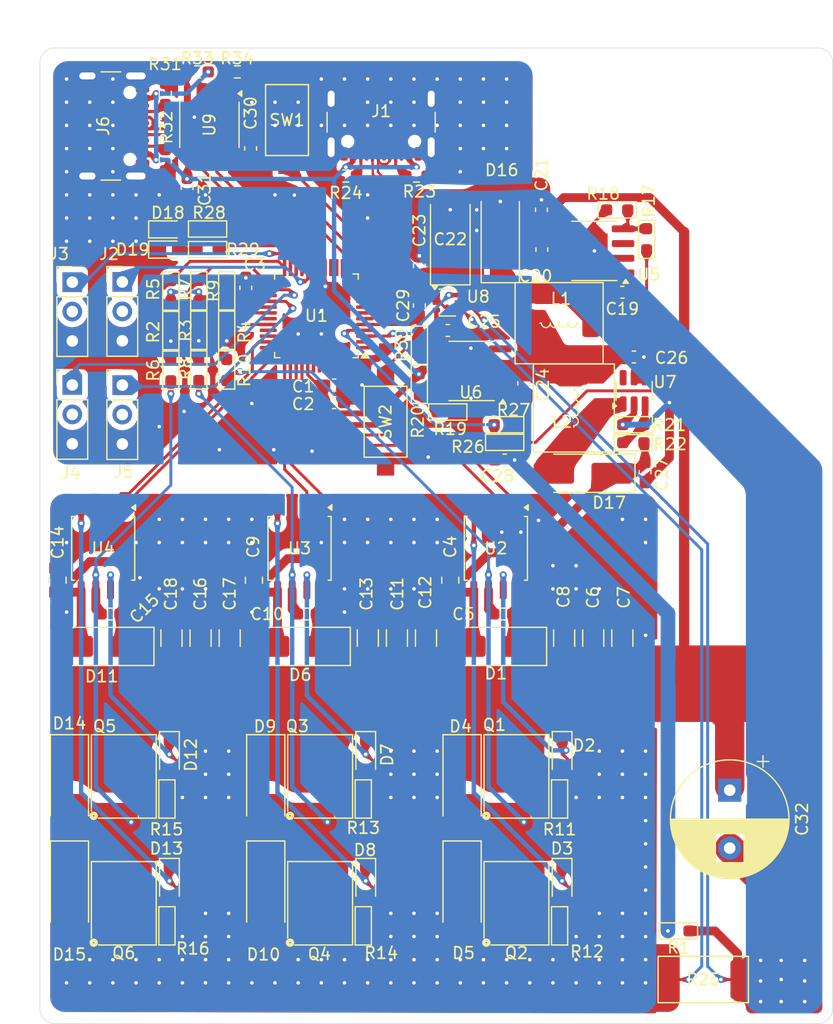
<source format=kicad_pcb>
(kicad_pcb (version 20240108) (generator "pcbnew") (generator_version "8.0")
  (layers (0 "F.Cu" signal) (31 "B.Cu" signal) (34 "B.Paste" user) (35 "F.Paste" user) (36 "B.SilkS" user "B.Silkscreen") (37 "F.SilkS" user "F.Silkscreen") (38 "B.Mask" user) (39 "F.Mask" user) (44 "Edge.Cuts" user))
  (net 0 "")
  (net 1 "A_OUT")
  (net 2 "+10V")
  (net 3 "Net-(D2-K)")
  (net 4 "Net-(D2-A)")
  (net 5 "Net-(D3-A)")
  (net 6 "Net-(D3-K)")
  (net 7 "GNDPWR")
  (net 8 "VBAT")
  (net 9 "A_H")
  (net 10 "A_L")
  (net 11 "B_OUT")
  (net 12 "+5V")
  (net 14 "GND")
  (net 18 "Net-(C3--)")
  (net 19 "Net-(C5-+)")
  (net 20 "Net-(J1-CC1)")
  (net 21 "/Half_Bridge_A/GND")
  (net 23 "Net-(C10-+)")
  (net 24 "Net-(C15-+)")
  (net 25 "Net-(C19-+)")
  (net 26 "Net-(C19--)")
  (net 27 "+6V")
  (net 28 "Net-(D17-A)")
  (net 29 "BMF_C")
  (net 30 "BMF_B")
  (net 31 "BMF_A")
  (net 33 "EMF_COM")
  (net 34 "/TPS5450/VSENSE")
  (net 35 "Net-(R19-+)")
  (net 37 "Net-(R21--)")
  (net 43 "ADC_Voltage")
  (net 48 "/D+")
  (net 49 "Net-(C29--)")
  (net 52 "C_OUT")
  (net 53 "Net-(D7-K)")
  (net 54 "Net-(D7-A)")
  (net 55 "Net-(D8-A)")
  (net 56 "Net-(D8-K)")
  (net 57 "Net-(D12-K)")
  (net 58 "Net-(D12-A)")
  (net 59 "Net-(D13-A)")
  (net 60 "Net-(D13-K)")
  (net 61 "B_H")
  (net 62 "B_L")
  (net 63 "C_H")
  (net 64 "C_L")
  (net 67 "Net-(U9-V3)")
  (net 68 "Net-(D18-A)")
  (net 71 "Net-(D19-A)")
  (net 72 "/CH_D-")
  (net 73 "Net-(J1-CC2)")
  (net 75 "/D-")
  (net 77 "/INPUT_1")
  (net 80 "/INPUT_2")
  (net 81 "/INPUT_3")
  (net 84 "/INPUT_4")
  (net 85 "Net-(J6-CC2)")
  (net 86 "/CH_D+")
  (net 89 "Net-(J6-CC1)")
  (net 90 "Net-(U9-~{RTS})")
  (net 91 "Net-(U1-P32)")
  (net 92 "/TxD2")
  (net 93 "/RxD2")
  (net 94 "ADC_Current")
  (net 99 "/LED2")
  (net 100 "/LED1")
  (footprint "PCM_Resistor_SMD_AKL:R_0603_1608Metric_Pad0.98x0.95mm_HandSolder" (layer "F.Cu") (at 105.090384 58.83206 180)
    (property "Reference" "R22")
    (property "Value" "100K")
  )
  (footprint "PCM_Resistor_SMD_AKL:R_0603_1608Metric_Pad0.98x0.95mm_HandSolder" (layer "F.Cu") (at 65.151 45.7435 -90)
    (property "Reference" "R5")
    (property "Value" "10K")
  )
  (footprint "Diode_SMD:D_SMA_Handsoldering" (layer "F.Cu") (at 56.393 97.711999 -90)
    (property "Reference" "D15")
    (property "Value" "SS54")
  )
  (footprint "Capacitor_SMD:C_1206_3216Metric_Pad1.33x1.80mm_HandSolder" (layer "F.Cu") (at 101.627999 75.692 -90)
    (property "Reference" "C6")
    (property "Value" "C")
  )
  (footprint "PCM_Package_SON_AKL:Infineon_PG-TDSON-8" (layer "F.Cu") (at 78.0415 98.577 90)
    (property "Reference" "Q4")
    (property "Value" "TPH1R005PL" (hide yes))
  )
  (footprint "Diode_SMD:D_SOD-323_HandSoldering" (layer "F.Cu") (at 81.9835 85.768999 -90)
    (property "Reference" "D7")
    (property "Value" "1N5819")
  )
  (footprint "Button_Switch_SMD:SW_SPST_CK_RS282G05A3" (layer "F.Cu") (at 83.693 57.023 90)
    (property "Reference" "SW2")
    (property "Value" "SW_Push")
  )
  (footprint "PCM_Resistor_SMD_AKL:R_0603_1608Metric_Pad0.98x0.95mm_HandSolder" (layer "F.Cu") (at 93.98 58.801 180)
    (property "Reference" "R26")
    (property "Value" "5.1K")
  )
  (footprint "Resistor_SMD:R_0603_1608Metric_Pad0.98x0.95mm_HandSolder" (layer "F.Cu") (at 64.672 34.448 -90)
    (property "Reference" "R32")
    (property "Value" "5.1K")
  )
  (footprint "Capacitor_SMD:C_0805_2012Metric_Pad1.18x1.45mm_HandSolder" (layer "F.Cu") (at 55.372 70.695 90)
    (property "Reference" "C14")
    (property "Value" "C")
  )
  (footprint "PCM_Resistor_SMD_AKL:R_0603_1608Metric_Pad0.98x0.95mm_HandSolder" (layer "F.Cu") (at 64.8125 100.525999 90)
    (property "Reference" "R16")
    (property "Value" "10R")
  )
  (footprint "PCM_Resistor_SMD_AKL:R_0603_1608Metric_Pad0.98x0.95mm_HandSolder" (layer "F.Cu") (at 108.9895 100.965 180)
    (property "Reference" "R1")
    (property "Value" "0R")
  )
  (footprint "PCM_Resistor_SMD_AKL:R_0603_1608Metric_Pad0.98x0.95mm_HandSolder" (layer "F.Cu") (at 86.607 53.782 90)
    (property "Reference" "R20")
    (property "Value" "10K")
  )
  (footprint "PCM_Resistor_SMD_AKL:R_0603_1608Metric_Pad0.98x0.95mm_HandSolder" (layer "F.Cu") (at 67.564 45.72 -90)
    (property "Reference" "R7")
    (property "Value" "10K")
  )
  (footprint "Resistor_SMD:R_0603_1608Metric_Pad0.98x0.95mm_HandSolder" (layer "F.Cu") (at 70.895 26.828)
    (property "Reference" "R34")
    (property "Value" "10K")
  )
  (footprint "Package_SO:HSOP-8-1EP_3.9x4.9mm_P1.27mm_EP2.3x2.3mm" (layer "F.Cu") (at 91.119 52.638 180)
    (property "Reference" "U6")
    (property "Value" "RT9048")
  )
  (footprint "LED_SMD:LED_0603_1608Metric_Pad1.05x0.95mm_HandSolder" (layer "F.Cu") (at 64.897 42.164)
    (property "Reference" "D19")
    (property "Value" "LED")
  )
  (footprint "Diode_SMD:D_SOD-323_HandSoldering" (layer "F.Cu") (at 65.029 85.768999 -90)
    (property "Reference" "D12")
    (property "Value" "1N5819")
  )
  (footprint "Capacitor_SMD:C_1206_3216Metric_Pad1.33x1.80mm_HandSolder" (layer "F.Cu") (at 67.718999 75.692 -90)
    (property "Reference" "C16")
    (property "Value" "C")
  )
  (footprint "Diode_SMD:D_SMA_Handsoldering" (layer "F.Cu") (at 90.302 97.711999 -90)
    (property "Reference" "D5")
    (property "Value" "SS54")
  )
  (footprint "Capacitor_SMD:C_0603_1608Metric_Pad1.08x0.95mm_HandSolder" (layer "F.Cu") (at 72.038 33.432 -90)
    (property "Reference" "C30")
    (property "Value" "0.1uF")
  )
  (footprint "Capacitor_SMD:C_1206_3216Metric_Pad1.33x1.80mm_HandSolder" (layer "F.Cu") (at 70.231 75.692 -90)
    (property "Reference" "C17")
    (property "Value" "C")
  )
  (footprint "LED_SMD:LED_0603_1608Metric_Pad1.05x0.95mm_HandSolder" (layer "F.Cu") (at 64.897 40.4225)
    (property "Reference" "D18")
    (property "Value" "LED")
  )
  (footprint "PCM_Resistor_SMD_AKL:R_0603_1608Metric_Pad0.98x0.95mm_HandSolder" (layer "F.Cu") (at 67.564 52.5545 90)
    (property "Reference" "R8")
    (property "Value" "10K")
  )
  (footprint "Package_TO_SOT_SMD:SOT-23-6" (layer "F.Cu") (at 105.156 54.356 90)
    (property "Reference" "U7")
    (property "Value" "MT3608")
  )
  (footprint "Package_SO:SOP-8_5.28x5.23mm_P1.27mm" (layer "F.Cu") (at 93.218 67.945 -90)
    (property "Reference" "U2")
    (property "Value" "EG2181")
  )
  (footprint "Diode_SMD:D_SOD-323_HandSoldering" (layer "F.Cu") (at 98.938 96.715999 -90)
    (property "Reference" "D3")
    (property "Value" "1N5819")
  )
  (footprint "Capacitor_SMD:C_0603_1608Metric_Pad1.08x0.95mm_HandSolder" (layer "F.Cu") (at 97.155 38.735 -90)
    (property "Reference" "C21")
    (property "Value" "4.7uF")
  )
  (footprint "Capacitor_SMD:C_0603_1608Metric_Pad1.08x0.95mm_HandSolder" (layer "F.Cu") (at 59.944 73.616 180)
    (property "Reference" "C15")
    (property "Value" "C")
  )
  (footprint "Capacitor_THT:CP_Radial_D10.0mm_P5.00mm" (layer "F.Cu") (at 113.411 88.818323 -90)
    (property "Reference" "C32")
    (property "Value" "C_Polarized")
  )
  (footprint "PCM_Resistor_SMD_AKL:R_0603_1608Metric_Pad0.98x0.95mm_HandSolder" (layer "F.Cu") (at 69.977 49.1255 -90)
    (property "Reference" "R4")
    (property "Value" "1K")
  )
  (footprint "Diode_SMD:D_SMA_Handsoldering" (layer "F.Cu") (at 93.599 40.513 90)
    (property "Reference" "D16")
    (property "Value" "SS54")
  )
  (footprint "Package_SO:SOP-8_5.28x5.23mm_P1.27mm" (layer "F.Cu") (at 76.2635 67.945 -90)
    (property "Reference" "U3")
    (property "Value" "EG2181")
  )
  (footprint "PCM_Package_SON_AKL:Infineon_PG-TDSON-8" (layer "F.Cu") (at 61.087 98.577 90)
    (property "Reference" "Q6")
    (property "Value" "TPH1R005PL" (hide yes))
  )
  (footprint "PCM_Resistor_SMD_AKL:R_0603_1608Metric_Pad0.98x0.95mm_HandSolder" (layer "F.Cu") (at 93.98 57.277)
    (property "Reference" "R27")
    (property "Value" "1K")
  )
  (footprint "PCM_Resistor_SMD_AKL:R_0603_1608Metric_Pad0.98x0.95mm_HandSolder" (layer "F.Cu") (at 69.977 52.5545 90)
    (property "Reference" "R10")
    (property "Value" "10K")
  )
  (footprint "Package_SO:SOIC-8-1EP_3.9x4.9mm_P1.27mm_EP2.29x3mm" (layer "F.Cu") (at 101.727 42.279 180)
    (property "Reference" "U5")
    (property "Value" "TPS5450")
  )
  (footprint "Capacitor_SMD:C_0805_2012Metric_Pad1.18x1.45mm_HandSolder" (layer "F.Cu") (at 89.281 70.695 90)
    (property "Reference" "C4")
    (property "Value" "C")
  )
  (footprint "Capacitor_SMD:C_1206_3216Metric_Pad1.33x1.80mm_HandSolder" (layer "F.Cu") (at 82.161499 75.692 -90)
    (property "Reference" "C13")
    (property "Value" "C")
  )
  (footprint "Diode_SMD:D_SMA_Handsoldering" (layer "F.Cu") (at 93.091 76.41 180)
    (property "Reference" "D1")
    (property "Value" "SS54")
  )
  (footprint "Diode_SMD:D_SMA_Handsoldering" (layer "F.Cu") (at 100.720999 61.468 180)
    (property "Reference" "D17")
    (property "Value" "SS54")
  )
  (footprint "PCM_Resistor_SMD_AKL:R_0603_1608Metric_Pad0.98x0.95mm_HandSolder" (layer "F.Cu") (at 81.767 89.578999 90)
    (property "Reference" "R13")
    (property "Value" "10R")
  )
  (footprint "Connector_PinHeader_2.54mm:PinHeader_1x03_P2.54mm_Vertical" (layer "F.Cu") (at 56.642 44.973)
    (property "Reference" "J3")
    (property "Value" "Conn_01x03_Pin")
  )
  (footprint "Diode_SMD:D_SMA_Handsoldering" (layer "F.Cu") (at 56.393 88.54 -90)
    (property "Reference" "D14")
    (property "Value" "SS54")
  )
  (footprint "Capacitor_SMD:C_0603_1608Metric_Pad1.08x0.95mm_HandSolder" (layer "F.Cu") (at 89.069 49.142)
    (property "Reference" "C25")
    (property "Value" "100nF")
  )
  (footprint "PCM_Resistor_SMD_AKL:R_0603_1608Metric_Pad0.98x0.95mm_HandSolder" (layer "F.Cu") (at 103.697 38.735 180)
    (property "Reference" "R18")
    (property "Value" "2.6K")
  )
  (footprint "PCM_Package_SON_AKL:Infineon_PG-TDSON-8" (layer "F.Cu") (at 94.996 98.577 90)
    (property "Reference" "Q2")
    (property "Value" "TPH1R005PL" (hide yes))
  )
  (footprint "Capacitor_SMD:C_0603_1608Metric_Pad1.08x0.95mm_HandSolder" (layer "F.Cu") (at 104.14 45.847 180)
    (property "Reference" "C19")
    (property "Value" "0.1uF")
  )
  (footprint "Capacitor_SMD:C_0603_1608Metric_Pad1.08x0.95mm_HandSolder" (layer "F.Cu") (at 86.614 46.99 -90)
    (property "Reference" "C29")
    (property "Value" "0.1uF")
  )
  (footprint "PCM_Inductor_SMD_Handsoldering_AKL:L_6.3x6.3_H3" (layer "F.Cu") (at 99.949 55.836 -90)
    (property "Reference" "L2")
    (property "Value" "10uH" (hide yes))
  )
  (footprint "Connector_PinHeader_2.54mm:PinHeader_1x03_P2.54mm_Vertical" (layer "F.Cu") (at 56.642 53.848)
    (property "Reference" "J4")
    (property "Value" "Conn_01x03_Pin")
  )
  (footprint "PCM_Inductor_SMD_Handsoldering_AKL:L_6.3x6.3_H3" (layer "F.Cu") (at 98.679 48.514 180)
    (property "Reference" "L1")
    (property "Value" "10uH" (hide yes))
  )
  (footprint "Capacitor_SMD:C_0603_1608Metric_Pad1.08x0.95mm_HandSolder" (layer "F.Cu") (at 76.8985 73.616 180)
    (property "Reference" "C10")
    (property "Value" "C")
  )
  (footprint "Connector_USB:USB_C_Receptacle_GCT_USB4105-xx-A_16P_TopMnt_Horizontal" (layer "F.Cu") (at 59.019 31.496 -90)
    (property "Reference" "J6")
    (property "Value" "USB_C_Receptacle_USB2.0_16P")
  )
  (footprint "PCM_Resistor_SMD_AKL:R_0603_1608Metric_Pad0.98x0.95mm_HandSolder" (layer "F.Cu") (at 106.237 41.275 90)
    (property "Reference" "R17")
    (property "Value" "10K")
  )
  (footprint "Capacitor_SMD:C_1206_3216Metric_Pad1.33x1.80mm_HandSolder" (layer "F.Cu") (at 104.14 75.692 -90)
    (property "Reference" "C7")
    (property "Value" "C")
  )
  (footprint "Diode_SMD:D_SMA_Handsoldering" (layer "F.Cu") (at 73.3475 88.54 -90)
    (property "Reference" "D9")
    (property "Value" "SS54")
  )
  (footprint "Resistor_SMD:R_0603_1608Metric_Pad0.98x0.95mm_HandSolder" (layer "F.Cu") (at 67.466 26.828)
    (property "Reference" "R33")
    (property "Value" "10K")
  )
  (footprint "PCM_Resistor_SMD_AKL:R_0603_1608Metric_Pad0.98x0.95mm_HandSolder" (layer "F.Cu") (at 68.326 42.164 180)
    (property "Reference" "R29")
    (property "Value" "1K")
  )
  (footprint "PCM_Resistor_SMD_AKL:R_0603_1608Metric_Pad0.98x0.95mm_HandSolder" (layer "F.Cu") (at 68.326 40.386 180)
    (property "Reference" "R28")
    (property "Value" "1K")
  )
  (footprint "Package_SO:SOP-8_5.28x5.23mm_P1.27mm" (layer "F.Cu") (at 59.309 67.945 -90)
    (property "Reference" "U4")
    (property "Value" "EG2181")
  )
  (footprint "Package_TO_SOT_SMD:SOT-363_SC-70-6" (layer "F.Cu") (at 89.027 46.736)
    (property "Reference" "U8")
    (property "Value" "INA199xxDCK")
  )
  (footprint "PCM_Package_SON_AKL:Infineon_PG-TDSON-8" (layer "F.Cu") (at 61.087 87.63 90)
    (property "Reference" "Q5")
    (property "Value" "TPH1R005PL" (hide yes))
  )
  (footprint "PCM_Resistor_SMD_AKL:R_0603_1608Metric_Pad0.98x0.95mm_HandSolder" (layer "F.Cu") (at 86.614 50.419 -90)
    (property "Reference" "R30")
    (property "Value" "10K")
  )
  (footprint "Button_Switch_SMD:SW_SPST_CK_RS282G05A3" (layer "F.Cu") (at 75.184 30.988 -90)
    (property "Reference" "SW1")
    (property "Value" "SW_Push")
  )
  (footprint "Capacitor_SMD:C_0603_1608Metric_Pad1.08x0.95mm_HandSolder" (layer "F.Cu") (at 66.548 36.83 90)
    (property "Reference" "C31")
    (property "Value" "0.1uF")
  )
  (footprint "PCM_Resistor_SMD_AKL:R_0603_1608Metric_Pad0.98x0.95mm_HandSolder" (layer "F.Cu") (at 81.767 100.525999 90)
    (property "Reference" "R14")
    (property "Value" "10R")
  )
  (footprint "Resistor_SMD:R_0603_1608Metric_Pad0.98x0.95mm_HandSolder" (layer "F.Cu") (at 86.36 35.814)
    (property "Reference" "R23")
    (property "Value" "5.1K")
  )
  (footprint "Package_QFP:LQFP-48_7x7mm_P0.5mm" (layer "F.Cu") (at 77.724 47.879 180)
    (property "Reference" "U1")
    (property "Value" "STC8051U-32Kx")
  )
  (footprint "Capacitor_SMD:C_0603_1608Metric_Pad1.08x0.95mm_HandSolder" (layer "F.Cu") (at 79.248 53.848)
    (property "Reference" "C1")
    (property "Value" "0.1uF")
  )
  (footprint "Package_SO:SOIC-8_3.9x4.9mm_P1.27mm" (layer "F.Cu") (at 68.482 31.4 -90)
    (property "Reference" "U9")
    (property "Value" "CH330N")
  )
  (footprint "Diode_SMD:D_SMA_Handsoldering" (layer "F.Cu") (at 59.182 76.41 180)
    (property "Reference" "D11")
    (property "Value" "SS54")
  )
  (footprint "PCM_Resistor_SMD_AKL:R_0603_1608Metric_Pad0.98x0.95mm_HandSolder" (layer "F.Cu") (at 64.8125 89.578999 90)
    (property "Reference" "R15")
    (property "Value" "10R")
  )
  (footprint "Capacitor_SMD:C_0603_1608Metric_Pad1.08x0.95mm_HandSolder" (layer "F.Cu") (at 93.98 60.325 180)
    (property "Reference" "C28")
    (property "Value" "0.1uF")
  )
  (footprint "Diode_SMD:D_SMA_Handsoldering" (layer "F.Cu") (at 76.1365 76.41 180)
    (property "Reference" "D6")
    (property "Value" "SS54")
  )
  (footprint "Capacitor_SMD:C_0603_1608Metric_Pad1.08x0.95mm_HandSolder" (layer "F.Cu") (at 106.105999 61.368001 90)
    (property "Reference" "C27")
    (property "Value" "4.7uF")
  )
  (footprint "PCM_Resistor_SMD_AKL:R_0603_1608Metric_Pad0.98x0.95mm_HandSolder" (layer "F.Cu") (at 67.564 49.1255 -90)
    (property "Reference" "R3")
    (property "Value" "1K")
  )
  (footprint "Resistor_SMD:R_0603_1608Metric_Pad0.98x0.95mm_HandSolder" (layer "F.Cu") (at 80.264 35.814 180)
    (property "Reference" "R24")
    (property "Value" "5.1K")
  )
  (footprint "PCM_Resistor_SMD_AKL:R_0603_1608Metric_Pad0.98x0.95mm_HandSolder" (layer "F.Cu") (at 105.089999 57.277)
    (property "Reference" "R21")
    (property "Value" "6.38K")
  )
  (footprint "Capacitor_SMD:C_1206_3216Metric_Pad1.33x1.80mm_HandSolder" (layer "F.Cu") (at 87.1855 75.692 -90)
    (property "Reference" "C12")
    (property "Value" "C")
  )
  (footprint "Capacitor_SMD:C_1206_3216Metric_Pad1.33x1.80mm_HandSolder" (layer "F.Cu") (at 99.115999 75.692 -90)
    (property "Reference" "C8")
    (property "Value" "C")
  )
  (footprint "PCM_Package_SON_AKL:Infineon_PG-TDSON-8" (layer "F.Cu") (at 78.0415 87.63 90)
    (property "Reference" "Q3")
    (property "Value" "TPH1R005PL" (hide yes))
  )
  (footprint "Connector_PinHeader_2.54mm:PinHeader_1x03_P2.54mm_Vertical" (layer "F.Cu") (at 60.96 44.958)
    (property "Reference" "J2")
    (property "Value" "Conn_01x03_Pin")
  )
  (footprint "Capacitor_SMD:C_0603_1608Metric_Pad1.08x0.95mm_HandSolder" (layer "F.Cu") (at 95.624 53.714 -90)
    (property "Reference" "C24")
    (property "Value" "10uF")
  )
  (footprint "Capacitor_SMD:C_0805_2012Metric_Pad1.18x1.45mm_HandSolder" (layer "F.Cu") (at 72.3265 70.695 90)
    (property "Reference" "C9")
    (property "Value" "C")
  )
  (footprint "Diode_SMD:D_SOD-323_HandSoldering" (layer "F.Cu") (at 98.938 85.768999 -90)
    (property "Reference" "D2")
    (property "Value" "1N5819")
  )
  (footprint "Capacitor_SMD:C_0603_1608Metric_Pad1.08x0.95mm_HandSolder" (layer "F.Cu") (at 105.139998 51.435 180)
    (property "Reference" "C26")
    (property "Value" "10uF")
  )
  (footprint "Capacitor_SMD:C_0603_1608Metric_Pad1.08x0.95mm_HandSolder" (layer "F.Cu") (at 97.187 42.164 -90)
    (property "Reference" "C20")
    (property "Value" "0.1uF")
  )
  (footprint "PCM_Resistor_SMD_AKL:R_0603_1608Metric_Pad0.98x0.95mm_HandSolder" (layer "F.Cu") (at 89.06426 56.179573)
    (property "Reference" "R19")
    (property "Value" "1.11K")
  )
  (footprint "Connector_PinHeader_2.54mm:PinHeader_1x03_P2.54mm_Vertical" (layer "F.Cu") (at 60.96 53.863)
    (property "Reference" "J5")
    (property "Value" "Conn_01x03_Pin")
  )
  (footprint "Diode_SMD:D_SMA_Handsoldering" (layer "F.Cu") (at 90.302 88.54 -90)
    (property "Reference" "D4")
    (property "Value" "SS54")
  )
  (footprint "PCM_Resistor_SMD_AKL:R_0603_1608Metric_Pad0.98x0.95mm_HandSolder" (layer "F.Cu") (at 98.7215 100.525999 90)
    (property "Reference" "R12")
    (property "Value" "10R")
  )
  (footprint "Resistor_SMD:R_0603_1608Metric_Pad0.98x0.95mm_HandSolder" (layer "F.Cu") (at 64.672 28.733 90)
    (property "Reference" "R31")
    (property "Value" "5.1K")
  )
  (footprint "Capacitor_SMD:C_0603_1608Metric_Pad1.08x0.95mm_HandSolder" (layer "F.Cu") (at 71.628 45.466 -90)
    (property "Reference" "C3")
    (property "Value" "1uF")
  )
  (footprint "Diode_SMD:D_SOD-323_HandSoldering" (layer "F.Cu") (at 81.9835 96.715999 -90)
    (property "Reference" "D8")
    (property "Value" "1N5819")
  )
  (footprint "Capacitor_SMD:C_1206_3216Metric_Pad1.33x1.80mm_HandSolder" (layer "F.Cu") (at 84.673499 75.692 -90)
    (property "Reference" "C11")
    (property "Value" "C")
  )
  (footprint "PCM_Resistor_SMD_AKL:R_0603_1608Metric_Pad0.98x0.95mm_HandSolder" (layer "F.Cu") (at 65.151 49.149 -90)
    (property "Reference" "R2")
    (property "Value" "1K")
  )
  (footprint "Capacitor_Tantalum_SMD:CP_EIA-6032-15_Kemet-U_Pad2.25x2.35mm_HandSolder" (layer "F.Cu") (at 89.281 41.275 90)
    (property "Reference" "C22")
    (property "Value" "330uF")
  )
  (footprint "PCM_Resistor_SMD_AKL:R_2512_6332Metric" (layer "F.Cu") (at 111.125 105.156)
    (property "Reference" "R25")
    (property "Value" "R_2512" (hide yes))
  )
  (footprint "PCM_Resistor_SMD_AKL:R_0603_1608Metric_Pad0.98x0.95mm_HandSolder" (layer "F.Cu") (at 69.977 45.72 90)
    (property "Reference" "R9")
    (property "Value" "10K")
  )
  (footprint "Diode_SMD:D_SMA_Handsoldering" (layer "F.Cu") (at 73.3475 97.711999 -90)
    (property "Reference" "D10")
    (property "Value" "SS54")
  )
  (footprint "Connector_USB:USB_C_Receptacle_GCT_USB4105-xx-A_16P_TopMnt_Horizontal" (layer "F.Cu") (at 83.312 30.226 180)
    (property "Reference" "J1")
    (property "Value" "USB_C_Receptacle_USB2.0_16P")
  )
  (footprint "Capacitor_SMD:C_0603_1608Metric_Pad1.08x0.95mm_HandSolder" (layer "F.Cu") (at 93.853 73.616 180)
    (property "Reference" "C5")
    (property "Value" "C")
  )
  (footprint "Capacitor_SMD:C_0603_1608Metric_Pad1.08x0.95mm_HandSolder" (layer "F.Cu") (at 86.614 43.561 -90)
    (property "Reference" "C23")
    (property "Value" "0.01uF")
  )
  (footprint "PCM_Resistor_SMD_AKL:R_0603_1608Metric_Pad0.98x0.95mm_HandSolder" (layer "F.Cu") (at 65.151 52.578 90)
    (property "Reference" "R6")
    (property "Value" "10K")
  )
  (footprint "Capacitor_SMD:C_0603_1608Metric_Pad1.08x0.95mm_HandSolder" (layer "F.Cu") (at 79.248 55.372)
    (property "Reference" "C2")
    (property "Value" "10uF")
  )
  (footprint "PCM_Resistor_SMD_AKL:R_0603_1608Metric_Pad0.98x0.95mm_HandSolder" (layer "F.Cu") (at 98.7215 89.578999 90)
    (property "Reference" "R11")
    (property "Value" "10R")
  )
  (footprint "Diode_SMD:D_SOD-323_HandSoldering" (layer "F.Cu") (at 65.029 96.715999 -90)
    (property "Reference" "D13")
    (property "Value" "1N5819")
  )
  (footprint "Capacitor_SMD:C_1206_3216Metric_Pad1.33x1.80mm_HandSolder" (layer "F.Cu") (at 65.206999 75.692 -90)
    (property "Reference" "C18")
    (property "Value" "C")
  )
  (footprint "PCM_Package_SON_AKL:Infineon_PG-TDSON-8" (layer "F.Cu") (at 94.996 87.63 90)
    (property "Reference" "Q1")
    (property "Value" "TPH1R005PL" (hide yes))
  )
  (gr_line (start 122.301 26.035) (end 122.301 107.696) (stroke (width 0.05)) (layer "Edge.Cuts"))
  (gr_arc (start 53.848 26.035) (mid 54.219974 25.136974) (end 55.118 24.765) (stroke (width 0.05)) (layer "Edge.Cuts"))
  (gr_line (start 55.118 24.765) (end 121.031 24.765) (stroke (width 0.05)) (layer "Edge.Cuts"))
  (gr_arc (start 55.118 108.966) (mid 54.219974 108.594026) (end 53.848 107.696) (stroke (width 0.05)) (layer "Edge.Cuts"))
  (gr_arc (start 121.031 24.765) (mid 121.929026 25.136974) (end 122.301 26.035) (stroke (width 0.05)) (layer "Edge.Cuts"))
  (gr_line (start 53.848 107.696) (end 53.848 26.035) (stroke (width 0.05)) (layer "Edge.Cuts"))
  (gr_arc (start 122.301 107.696) (mid 121.929026 108.594026) (end 121.031 108.966) (stroke (width 0.05)) (layer "Edge.Cuts"))
  (gr_line (start 121.031 108.966) (end 55.118 108.966) (stroke (width 0.05)) (layer "Edge.Cuts"))
  (segment (start 95.631 90.53) (end 95.631 91.567) (width 0.254) (layer "F.Cu") (net 1))
  (segment (start 69.977 53.467) (end 70.739 52.705) (width 0.254) (layer "F.Cu") (net 1))
  (segment (start 92.583 73.208501) (end 92.990499 73.616) (width 0.762) (layer "F.Cu") (net 1))
  (segment (start 92.583 71.545) (end 92.583 70.231) (width 0.381) (layer "F.Cu") (net 1))
  (segment (start 92.583 71.545) (end 92.583 73.208501) (width 0.762) (layer "F.Cu") (net 1))
  (segment (start 70.739 52.705) (end 71.12 52.705) (width 0.254) (layer "F.Cu") (net 1))
  (via (at 71.12 52.705) (size 0.6096) (drill 0.3048) (layers "F.Cu" "B.Cu") (net 1))
  (via (at 95.631 91.567) (size 0.6096) (drill 0.3048) (layers "F.Cu" "B.Cu") (net 1))
  (via (at 92.583 70.231) (size 0.6096) (drill 0.3048) (layers "F.Cu" "B.Cu") (net 1))
  (segment (start 92.583 88.519) (end 95.631 91.567) (width 0.381) (layer "B.Cu") (net 1))
  (segment (start 77.291211 52.705) (end 71.12 52.705) (width 0.254) (layer "B.Cu") (net 1))
  (segment (start 92.583 70.231) (end 92.583 67.996789) (width 0.254) (layer "B.Cu") (net 1))
  (segment (start 92.583 67.996789) (end 77.291211 52.705) (width 0.254) (layer "B.Cu") (net 1))
  (segment (start 92.583 70.231) (end 92.583 88.519) (width 0.381) (layer "B.Cu") (net 1))
  (segment (start 55.372 71.7325) (end 57.2165 71.7325) (width 0.762) (layer "F.Cu") (net 2))
  (segment (start 72.3265 71.7325) (end 75.225 68.834) (width 0.762) (layer "F.Cu") (net 2))
  (segment (start 106.105999 60.5055) (end 106.105999 58.935175) (width 0.508) (layer "F.Cu") (net 2))
  (segment (start 74.3585 75.688) (end 73.6365 76.41) (width 0.762) (layer "F.Cu") (net 2))
  (segment (start 96.362999 68.326) (end 103.220999 61.468) (width 0.762) (layer "F.Cu") (net 2))
  (segment (start 86.233 68.834) (end 89.1315 71.7325) (width 0.762) (layer "F.Cu") (net 2))
  (segment (start 75.225 68.834) (end 86.233 68.834) (width 0.762) (layer "F.Cu") (net 2))
  (segment (start 57.404 75.688) (end 56.682 76.41) (width 0.762) (layer "F.Cu") (net 2))
  (segment (start 57.2165 71.7325) (end 57.404 71.545) (width 0.762) (layer "F.Cu") (net 2))
  (segment (start 91.1255 71.7325) (end 91.313 71.545) (width 0.762) (layer "F.Cu") (net 2))
  (segment (start 58.166 69.088) (end 69.682 69.088) (width 0.762) (layer "F.Cu") (net 2))
  (segment (start 55.372 71.7325) (end 55.5215 71.7325) (width 0.762) (layer "F.Cu") (net 2))
  (segment (start 69.682 69.088) (end 72.3265 71.7325) (width 0.762) (layer "F.Cu") (net 2))
  (segment (start 55.5215 71.7325) (end 58.166 69.088) (width 0.762) (layer "F.Cu") (net 2))
  (segment (start 91.313 75.688) (end 90.591 76.41) (width 0.762) (layer "F.Cu") (net 2))
  (segment (start 74.3585 71.545) (end 74.3585 75.688) (width 0.762) (layer "F.Cu") (net 2))
  (segment (start 74.171 71.7325) (end 74.3585 71.545) (width 0.762) (layer "F.Cu") (net 2))
  (segment (start 89.281 71.7325) (end 91.1255 71.7325) (width 0.762) (layer "F.Cu") (net 2))
  (segment (start 106.105999 58.935175) (end 106.002884 58.83206) (width 0.508) (layer "F.Cu") (net 2))
  (segment (start 91.313 71.545) (end 91.313 75.688) (width 0.762) (layer "F.Cu") (net 2))
  (segment (start 103.220999 61.468) (end 105.143499 61.468) (width 0.762) (layer "F.Cu") (net 2))
  (segment (start 92.6875 68.326) (end 96.362999 68.326) (width 0.762) (layer "F.Cu") (net 2))
  (segment (start 105.143499 61.468) (end 106.105999 60.5055) (width 0.762) (layer "F.Cu") (net 2))
  (segment (start 57.404 71.545) (end 57.404 75.688) (width 0.762) (layer "F.Cu") (net 2))
  (segment (start 89.281 71.7325) (end 92.6875 68.326) (width 0.762) (layer "F.Cu") (net 2))
  (segment (start 89.1315 71.7325) (end 89.281 71.7325) (width 0.762) (layer "F.Cu") (net 2))
  (segment (start 72.3265 71.7325) (end 74.171 71.7325) (width 0.762) (layer "F.Cu") (net 2))
  (segment (start 98.9915 85.6665) (end 99.277211 85.380789) (width 0.254) (layer "F.Cu") (net 3))
  (segment (start 99.765 87.622999) (end 99.765 86.4935) (width 0.254) (layer "F.Cu") (net 3))
  (segment (start 98.7215 88.666499) (end 99.765 87.622999) (width 0.254) (layer "F.Cu") (net 3))
  (segment (start 93.853 71.545) (end 93.853 70.231) (width 0.381) (layer "F.Cu") (net 3))
  (segment (start 98.938 84.519) (end 98.938 85.72) (width 0.254) (layer "F.Cu") (net 3))
  (segment (start 98.938 85.6665) (end 98.938 84.519) (width 0.254) (layer "F.Cu") (net 3))
  (segment (start 98.9915 85.72) (end 98.9915 85.6665) (width 0.254) (layer "F.Cu") (net 3))
  (segment (start 99.765 86.4935) (end 98.9915 85.72) (width 0.254) (layer "F.Cu") (net 3))
  (segment (start 99.765 86.4935) (end 98.938 85.6665) (width 0.254) (layer "F.Cu") (net 3))
  (via (at 99.277211 85.380789) (size 0.6096) (drill 0.3048) (layers "F.Cu" "B.Cu") (net 3))
  (via (at 93.853 70.231) (size 0.6096) (drill 0.3048) (layers "F.Cu" "B.Cu") (net 3))
  (segment (start 93.853 70.231) (end 93.853 81.206422) (width 0.381) (layer "B.Cu") (net 3))
  (segment (start 98.027367 85.380789) (end 99.277211 85.380789) (width 0.381) (layer "B.Cu") (net 3))
  (segment (start 93.853 81.206422) (end 98.027367 85.380789) (width 0.381) (layer "B.Cu") (net 3))
  (segment (start 96.901 90.53) (end 98.682999 90.53) (width 0.254) (layer "F.Cu") (net 4))
  (segment (start 98.682999 90.53) (end 98.7215 90.491499) (width 0.254) (layer "F.Cu") (net 4))
  (segment (start 97.9195 89.689499) (end 98.7215 90.491499) (width 0.254) (layer "F.Cu") (net 4))
  (segment (start 97.9195 88.176095) (end 97.9195 89.689499) (width 0.254) (layer "F.Cu") (net 4))
  (segment (start 98.938 87.018998) (end 98.938 87.157595) (width 0.254) (layer "F.Cu") (net 4))
  (segment (start 98.938 87.157595) (end 97.9195 88.176095) (width 0.254) (layer "F.Cu") (net 4))
  (segment (start 98.938 97.965998) (end 98.938 98.104595) (width 0.254) (layer "F.Cu") (net 5))
  (segment (start 97.9195 100.636499) (end 98.7215 101.438499) (width 0.254) (layer "F.Cu") (net 5))
  (segment (start 97.9195 99.123095) (end 97.9195 100.636499) (width 0.254) (layer "F.Cu") (net 5))
  (segment (start 98.938 98.104595) (end 97.9195 99.123095) (width 0.254) (layer "F.Cu") (net 5))
  (segment (start 96.901 101.477) (end 98.682999 101.477) (width 0.254) (layer "F.Cu") (net 5))
  (segment (start 98.682999 101.477) (end 98.7215 101.438499) (width 0.254) (layer "F.Cu") (net 5))
  (segment (start 99.424998 97.138998) (end 99.433928 97.138998) (width 0.254) (layer "F.Cu") (net 6))
  (segment (start 99.433928 97.138998) (end 99.765 97.47007) (width 0.254) (layer "F.Cu") (net 6))
  (segment (start 98.938 95.466) (end 98.938 96.652) (width 0.254) (layer "F.Cu") (net 6))
  (segment (start 99.765 98.569999) (end 98.7215 99.613499) (width 0.254) (layer "F.Cu") (net 6))
  (segment (start 91.313 64.345) (end 91.313 67.691) (width 0.381) (layer "F.Cu") (net 6))
  (segment (start 98.938 95.466) (end 98.938 96.642) (width 0.254) (layer "F.Cu") (net 6))
  (segment (start 99.765 97.47007) (end 99.765 98.569999) (width 0.254) (layer "F.Cu") (net 6))
  (segment (start 98.938 96.642) (end 98.933 96.647) (width 0.254) (layer "F.Cu") (net 6))
  (segment (start 98.938 96.652) (end 99.424998 97.138998) (width 0.254) (layer "F.Cu") (net 6))
  (via (at 98.933 96.647) (size 0.6096) (drill 0.3048) (layers "F.Cu" "B.Cu") (net 6))
  (via (at 91.313 67.691) (size 0.6096) (drill 0.3048) (layers "F.Cu" "B.Cu") (net 6))
  (segment (start 91.313 89.027) (end 98.933 96.647) (width 0.381) (layer "B.Cu") (net 6))
  (segment (start 91.313 89.027) (end 91.313 67.691) (width 0.381) (layer "B.Cu") (net 6))
  (segment (start 99.252 41.644) (end 101.092 41.644) (width 0.762) (layer "F.Cu") (net 7))
  (segment (start 97.187 41.301499) (end 97.943499 41.301499) (width 0.762) (layer "F.Cu") (net 7))
  (segment (start 90.678 46.736) (end 92.202 48.26) (width 0.254) (layer "F.Cu") (net 7))
  (segment (start 114.087497 105.155997) (end 114.0875 105.156) (width 0.254) (layer "F.Cu") (net 7))
  (segment (start 101.092 41.644) (end 101.727 42.279) (width 0.762) (layer "F.Cu") (net 7))
  (segment (start 112.141 100.965) (end 114.0875 102.9115) (width 0.762) (layer "F.Cu") (net 7))
  (segment (start 105.156 55.4935) (end 105.156 56.298499) (width 0.508) (layer "F.Cu") (net 7))
  (segment (start 112.648996 105.155997) (end 114.087497 105.155997) (width 0.254) (layer "F.Cu") (net 7))
  (segment (start 102.7845 38.735) (end 101.727 39.7925) (width 0.254) (layer "F.Cu") (net 7))
  (segment (start 109.902 100.965) (end 112.141 100.965) (width 0.762) (layer "F.Cu") (net 7))
  (segment (start 114.0875 102.9115) (end 114.0875 105.156) (width 0.762) (layer "F.Cu") (net 7))
  (segment (start 97.943499 41.301499) (end 98.286 41.644) (width 0.762) (layer "F.Cu") (net 7))
  (segment (start 117.856 98.263323) (end 117.856 105.156) (width 2.54) (layer "F.Cu") (net 7))
  (segment (start 105.156 56.298499) (end 104.177499 57.277) (width 0.508) (layer "F.Cu") (net 7))
  (segment (start 108.204 60.132501) (end 108.204 55.372) (width 0.762) (layer "F.Cu") (net 7))
  (segment (start 106.105999 62.230502) (end 108.204 60.132501) (width 0.762) (layer "F.Cu") (net 7))
  (segment (start 101.727 39.7925) (end 101.727 42.279) (width 0.254) (layer "F.Cu") (net 7))
  (segment (start 98.286 41.644) (end 99.252 41.644) (width 0.762) (layer "F.Cu") (net 7))
  (segment (start 89.977 46.736) (end 90.678 46.736) (width 0.254) (layer "F.Cu") (net 7))
  (segment (start 113.411 93.818323) (end 117.856 98.263323) (width 2.54) (layer "F.Cu") (net 7))
  (via (at 116.078 103.505) (size 0.6096) (drill 0.3048) (layers "F.Cu" "B.Cu") (net 7))
  (via (at 116.078 107.061) (size 0.6096) (drill 0.3048) (layers "F.Cu" "B.Cu") (net 7))
  (via (at 117.856 107.061) (size 0.6096) (drill 0.3048) (layers "F.Cu" "B.Cu") (net 7))
  (via (at 92.202 48.26) (size 0.6096) (drill 0.3048) (layers "F.Cu" "B.Cu") (net 7))
  (via (at 119.888 103.505) (size 0.6096) (drill 0.3048) (layers "F.Cu" "B.Cu") (net 7))
  (via (at 91.567 38.735) (size 0.6) (drill 0.3) (layers "F.Cu" "B.Cu") (net 7))
  (via (at 117.856 105.156) (size 0.6096) (drill 0.3048) (layers "F.Cu" "B.Cu") (net 7))
  (via (at 112.648996 105.155997) (size 0.6096) (drill 0.3048) (layers "F.Cu" "B.Cu") (net 7))
  (via (at 97.155 37.872499) (size 0.6096) (drill 0.3048) (layers "F.Cu" "B.Cu") (net 7))
  (via (at 116.078 105.283) (size 0.6096) (drill 0.3048) (layers "F.Cu" "B.Cu") (net 7))
  (via (at 119.888 105.283) (size 0.6096) (drill 0.3048) (layers "F.Cu" "B.Cu") (net 7))
  (via (at 119.888 107.061) (size 0.6096) (drill 0.3048) (layers "F.Cu" "B.Cu") (net 7))
  (via (at 91.567 40.513) (size 0.6) (drill 0.3) (layers "F.Cu" "B.Cu") (net 7))
  (via (at 117.856 103.505) (size 0.6096) (drill 0.3048) (layers "F.Cu" "B.Cu") (net 7))
  (via (at 106.002499 51.435) (size 0.6096) (drill 0.3048) (layers "F.Cu" "B.Cu") (net 7))
  (via (at 93.599 38.013) (size 0.6096) (drill 0.3048) (layers "F.Cu" "B.Cu") (net 7))
  (via (at 104.177499 57.277) (size 0.6096) (drill 0.3048) (layers "F.Cu" "B.Cu") (net 7))
  (via (at 101.727 42.279) (size 0.6096) (drill 0.3048) (layers "F.Cu" "B.Cu") (net 7))
  (via (at 89.281 38.725) (size 0.6096) (drill 0.3048) (layers "F.Cu" "B.Cu") (net 7))
  (via (at 108.204 55.372) (size 0.6096) (drill 0.3048) (layers "F.Cu" "B.Cu") (net 7))
  (via (at 86.614 42.698499) (size 0.6096) (drill 0.3048) (layers "F.Cu" "B.Cu") (net 7))
  (segment (start 108.585 54.991) (end 109.22 54.991) (width 0.508) (layer "B.Cu") (net 7))
  (segment (start 104.177499 57.277) (end 106.299 57.277) (width 0.508) (layer "B.Cu") (net 7))
  (segment (start 106.299 57.277) (end 108.585 54.991) (width 0.508) (layer "B.Cu") (net 7))
  (segment (start 111.506 67.564) (end 111.506 104.013001) (width 0.254) (layer "B.Cu") (net 7))
  (segment (start 92.202 48.26) (end 111.506 67.564) (width 0.254) (layer "B.Cu") (net 7))
  (segment (start 111.506 104.013001) (end 112.648996 105.155997) (width 0.254) (layer "B.Cu") (net 7))
  (segment (start 109.474 78.74) (end 109.474 54.229) (width 0.889) (layer "F.Cu") (net 8))
  (segment (start 96.647 58.801) (end 101.092 54.356) (width 0.254) (layer "F.Cu") (net 8))
  (segment (start 97.187 43.026501) (end 96.131 41.970501) (width 0.762) (layer "F.Cu") (net 8))
  (segment (start 96.131 40.621501) (end 97.155 39.597501) (width 0.762) (layer "F.Cu") (net 8))
  (segment (start 99.073501 37.679) (end 97.155 39.597501) (width 0.762) (layer "F.Cu") (net 8))
  (segment (start 109.347 54.356) (end 109.474 54.229) (width 0.254) (layer "F.Cu") (net 8))
  (segment (start 109.474 40.64) (end 106.513 37.679) (width 0.762) (layer "F.Cu") (net 8))
  (segment (start 99.252 42.914) (end 97.299501 42.914) (width 0.762) (layer "F.Cu") (net 8))
  (segment (start 106.513 37.679) (end 99.073501 37.679) (width 0.762) (layer "F.Cu") (net 8))
  (segment (start 97.299501 42.914) (end 97.187 43.026501) (width 0.762) (layer "F.Cu") (net 8))
  (segment (start 94.8925 58.801) (end 96.647 58.801) (width 0.254) (layer "F.Cu") (net 8))
  (segment (start 96.131 41.970501) (end 96.131 40.621501) (width 0.762) (layer "F.Cu") (net 8))
  (segment (start 113.411 82.677) (end 109.474 78.74) (width 2.54) (layer "F.Cu") (net 8))
  (segment (start 109.474 54.229) (end 109.474 40.64) (width 0.889) (layer "F.Cu") (net 8))
  (segment (start 101.092 54.356) (end 109.347 54.356) (width 0.254) (layer "F.Cu") (net 8))
  (segment (start 113.411 88.509785) (end 113.411 82.677) (width 2.54) (layer "F.Cu") (net 8))
  (segment (start 95.123 64.136264) (end 95.123 64.345) (width 0.254) (layer "F.Cu") (net 9))
  (segment (start 89.152736 58.166) (end 95.123 64.136264) (width 0.254) (layer "F.Cu") (net 9))
  (segment (start 76.474001 54.802906) (end 79.837095 58.166) (width 0.254) (layer "F.Cu") (net 9))
  (segment (start 76.474001 52.0415) (end 76.474001 54.802906) (width 0.254) (layer "F.Cu") (net 9))
  (segment (start 79.837095 58.166) (end 89.152736 58.166) (width 0.254) (layer "F.Cu") (net 9))
  (segment (start 79.502 59.055) (end 88.773 59.055) (width 0.254) (layer "F.Cu") (net 10))
  (segment (start 88.773 59.055) (end 93.853 64.135) (width 0.254) (layer "F.Cu") (net 10))
  (segment (start 75.974 52.0415) (end 75.974 55.527) (width 0.254) (layer "F.Cu") (net 10))
  (segment (start 75.974 55.527) (end 79.502 59.055) (width 0.254) (layer "F.Cu") (net 10))
  (segment (start 93.853 64.135) (end 93.853 64.345) (width 0.254) (layer "F.Cu") (net 10))
  (segment (start 67.564 53.467) (end 67.564 54.61) (width 0.254) (layer "F.Cu") (net 11))
  (segment (start 78.6765 90.53) (end 78.6765 91.567) (width 0.254) (layer "F.Cu") (net 11))
  (segment (start 75.6285 71.545) (end 75.6285 70.231) (width 0.381) (layer "F.Cu") (net 11))
  (segment (start 75.6285 73.208501) (end 76.035999 73.616) (width 0.762) (layer "F.Cu") (net 11))
  (segment (start 75.6285 71.545) (end 75.6285 73.208501) (width 0.762) (layer "F.Cu") (net 11))
  (via (at 75.6285 70.231) (size 0.6096) (drill 0.3048) (layers "F.Cu" "B.Cu") (net 11))
  (via (at 67.564 54.61) (size 0.6096) (drill 0.3048) (layers "F.Cu" "B.Cu") (net 11))
  (via (at 78.6765 91.567) (size 0.6096) (drill 0.3048) (layers "F.Cu" "B.Cu") (net 11))
  (segment (start 67.564 54.61) (end 75.6285 62.6745) (width 0.254) (layer "B.Cu") (net 11))
  (segment (start 75.6285 70.231) (end 75.6285 88.519) (width 0.381) (layer "B.Cu") (net 11))
  (segment (start 75.6285 88.519) (end 78.6765 91.567) (width 0.381) (layer "B.Cu") (net 11))
  (segment (start 75.6285 62.6745) (end 75.6285 70.231) (width 0.254) (layer "B.Cu") (net 11))
  (segment (start 80.399342 35.052) (end 80.912 34.539342) (width 0.381) (layer "F.Cu") (net 12))
  (segment (start 80.912 34.539342) (end 80.912 33.906) (width 0.381) (layer "F.Cu") (net 12))
  (segment (start 63.881 28.702) (end 63.487 29.096) (width 0.381) (layer "F.Cu") (net 12))
  (segment (start 86.614 51.01946) (end 86.614 51.3315) (width 0.381) (layer "F.Cu") (net 12))
  (segment (start 88.206499 49.426961) (end 86.614 51.01946) (width 0.381) (layer "F.Cu") (net 12))
  (segment (start 88.644 52.003) (end 87.4735 52.003) (width 0.508) (layer "F.Cu") (net 12))
  (segment (start 86.607 52.8695) (end 86.56575 52.91075) (width 0.508) (layer "F.Cu") (net 12))
  (segment (start 86.36 35.052) (end 86.31446 35.052) (width 0.381) (layer "F.Cu") (net 12))
  (segment (start 85.712 34.44954) (end 85.712 33.906) (width 0.381) (layer "F.Cu") (net 12))
  (segment (start 66.577 33.875) (end 66.577 35.964499) (width 0.254) (layer "F.Cu") (net 12))
  (segment (start 78.359 55.345501) (end 78.359 53.874499) (width 0.508) (layer "F.Cu") (net 12))
  (segment (start 86.614 51.3315) (end 87.2855 52.003) (width 0.508) (layer "F.Cu") (net 12))
  (segment (start 80.264 35.052) (end 80.399342 35.052) (width 0.381) (layer "F.Cu") (net 12))
  (segment (start 63.881 34.417) (end 63.36 33.896) (width 0.381) (layer "F.Cu") (net 12))
  (segment (start 87.2855 52.003) (end 88.644 52.003) (width 0.508) (layer "F.Cu") (net 12))
  (segment (start 86.56575 52.91075) (end 83.1755 56.301) (width 0.508) (layer "F.Cu") (net 12))
  (segment (start 78.385499 55.372) (end 78.359 55.345501) (width 0.508) (layer "F.Cu") (net 12))
  (segment (start 78.359 53.874499) (end 78.385499 53.848) (width 0.508) (layer "F.Cu") (net 12))
  (segment (start 88.206499 49.142) (end 88.206499 49.426961) (width 0.381) (layer "F.Cu") (net 12))
  (segment (start 86.31446 35.052) (end 85.712 34.44954) (width 0.381) (layer "F.Cu") (net 12))
  (segment (start 85.712 34.404) (end 85.712 33.906) (width 0.254) (layer "F.Cu") (net 12))
  (segment (start 63.36 33.896) (end 62.699 33.896) (width 0.381) (layer "F.Cu") (net 12))
  (segment (start 66.577 35.964499) (end 66.569499 35.972) (width 0.254) (layer "F.Cu") (net 12))
  (segment (start 80.912 34.404) (end 80.912 33.906) (width 0.254) (layer "F.Cu") (net 12))
  (segment (start 88.077 47.386) (end 88.077 49.012501) (width 0.381) (layer "F.Cu") (net 12))
  (segment (start 88.077 49.012501) (end 88.206499 49.142) (width 0.381) (layer "F.Cu") (net 12))
  (segment (start 78.385499 53.848) (end 77.847998 53.848) (width 0.254) (layer "F.Cu") (net 12))
  (segment (start 79.314499 56.301) (end 78.385499 55.372) (width 0.508) (layer "F.Cu") (net 12))
  (segment (start 83.1755 56.301) (end 79.314499 56.301) (width 0.508) (layer "F.Cu") (net 12))
  (segment (start 87.4735 52.003) (end 86.607 52.8695) (width 0.508) (layer "F.Cu") (net 12))
  (segment (start 63.487 29.096) (end 62.699 29.096) (width 0.381) (layer "F.Cu") (net 12))
  (segment (start 77.847998 53.848) (end 76.974 52.974002) (width 0.254) (layer "F.Cu") (net 12))
  (segment (start 76.974 52.974002) (end 76.974 52.0415) (width 0.254) (layer "F.Cu") (net 12))
  (via (at 63.881 34.417) (size 0.6096) (drill 0.3048) (layers "F.Cu" "B.Cu") (net 12))
  (via (at 80.264 35.052) (size 0.6096) (drill 0.3048) (layers "F.Cu" "B.Cu") (net 12))
  (via (at 86.56575 52.91075) (size 0.6096) (drill 0.3048) (layers "F.Cu" "B.Cu") (net 12))
  (via (at 68.378496 26.827996) (size 0.6096) (drill 0.3048) (layers "F.Cu" "B.Cu") (net 12))
  (via (at 86.36 35.052) (size 0.6096) (drill 0.3048) (layers "F.Cu" "B.Cu") (net 12))
  (via (at 63.881 28.702) (size 0.6096) (drill 0.3048) (layers "F.Cu" "B.Cu") (net 12))
  (via (at 66.548 36.068) (size 0.6096) (drill 0.3048) (layers "F.Cu" "B.Cu") (net 12))
  (segment (start 79.248 36.068) (end 79.248 45.72) (width 0.381) (layer "B.Cu") (net 12))
  (segment (start 66.504492 28.702) (end 68.378496 26.827996) (width 0.381) (layer "B.Cu") (net 12))
  (segment (start 79.248 36.068) (end 80.264 35.052) (width 0.381) (layer "B.Cu") (net 12))
  (segment (start 63.881 28.702) (end 63.881 34.417) (width 0.381) (layer "B.Cu") (net 12))
  (segment (start 64.897 34.417) (end 66.548 36.068) (width 0.381) (layer "B.Cu") (net 12))
  (segment (start 63.881 34.417) (end 64.897 34.417) (width 0.381) (layer "B.Cu") (net 12))
  (segment (start 63.881 28.702) (end 66.504492 28.702) (width 0.381) (layer "B.Cu") (net 12))
  (segment (start 86.36 52.832) (end 86.614 52.832) (width 0.381) (layer "B.Cu") (net 12))
  (segment (start 86.36 35.052) (end 80.264 35.052) (width 0.381) (layer "B.Cu") (net 12))
  (segment (start 66.548 36.068) (end 79.248 36.068) (width 0.381) (layer "B.Cu") (net 12))
  (segment (start 79.248 45.72) (end 86.36 52.832) (width 0.381) (layer "B.Cu") (net 12))
  (segment (start 88.077 46.086) (end 88.077 46.736) (width 0.254) (layer "F.Cu") (net 14))
  (segment (start 88.035501 46.127499) (end 88.077 46.086) (width 0.254) (layer "F.Cu") (net 14))
  (segment (start 88.401999 46.736) (end 89.408 47.742001) (width 0.254) (layer "F.Cu") (net 14))
  (segment (start 89.214 54.543) (end 91.119 52.638) (width 0.254) (layer "F.Cu") (net 14))
  (segment (start 78.474 45.327) (end 78.486 45.339) (width 0.254) (layer "F.Cu") (net 14))
  (segment (start 89.408 47.742001) (end 89.408 48.618499) (width 0.254) (layer "F.Cu") (net 14))
  (segment (start 95.624 54.576501) (end 94.020928 56.179573) (width 0.254) (layer "F.Cu") (net 14))
  (segment (start 89.97676 56.179573) (end 89.97676 55.87576) (width 0.254) (layer "F.Cu") (net 14))
  (segment (start 89.97676 55.87576) (end 88.644 54.543) (width 0.254) (layer "F.Cu") (net 14))
  (segment (start 88.644 54.543) (end 89.214 54.543) (width 0.254) (layer "F.Cu") (net 14))
  (segment (start 88.077 46.736) (end 88.401999 46.736) (width 0.254) (layer "F.Cu") (net 14))
  (segment (start 78.474 43.7165) (end 78.474 45.327) (width 0.254) (layer "F.Cu") (net 14))
  (segment (start 94.020928 56.179573) (end 89.97676 56.179573) (width 0.254) (layer "F.Cu") (net 14))
  (segment (start 89.408 48.618499) (end 89.931501 49.142) (width 0.254) (layer "F.Cu") (net 14))
  (segment (start 86.614 46.127499) (end 88.035501 46.127499) (width 0.254) (layer "F.Cu") (net 14))
  (via (at 76.147 31.445) (size 0.6096) (drill 0.3048) (layers "F.Cu" "B.Cu") (net 14))
  (via (at 84.147 27.445) (size 0.6096) (drill 0.3048) (layers "F.Cu" "B.Cu") (net 14))
  (via (at 60.147 37.445) (size 0.6096) (drill 0.3048) (layers "F.Cu" "B.Cu") (net 14))
  (via (at 108.077026 100.965013) (size 0.6096) (drill 0.3048) (layers "F.Cu" "B.Cu") (net 14))
  (via (at 58.147 33.445) (size 0.6096) (drill 0.3048) (layers "F.Cu" "B.Cu") (net 14))
  (via (at 78.486 45.339) (size 0.6096) (drill 0.3048) (layers "F.Cu" "B.Cu") (net 14))
  (via (at 62.147 39.445) (size 0.6096) (drill 0.3048) (layers "F.Cu" "B.Cu") (net 14))
  (via (at 56.147 29.445) (size 0.6096) (drill 0.3048) (layers "F.Cu" "B.Cu") (net 14))
  (via (at 60.147 33.445) (size 0.6096) (drill 0.3048) (layers "F.Cu" "B.Cu") (net 14))
  (via (at 56.147 41.445) (size 0.6096) (drill 0.3048) (layers "F.Cu" "B.Cu") (net 14))
  (via (at 64.147 37.445) (size 0.6096) (drill 0.3048) (layers "F.Cu" "B.Cu") (net 14))
  (via (at 74.147 31.445) (size 0.6096) (drill 0.3048) (layers "F.Cu" "B.Cu") (net 14))
  (via (at 74.041 59.436) (size 0.6096) (drill 0.3048) (layers "F.Cu" "B.Cu") (net 14))
  (via (at 58.147 39.445) (size 0.6096) (drill 0.3048) (layers "F.Cu" "B.Cu") (net 14))
  (via (at 72.147 55.445) (size 0.6096) (drill 0.3048) (layers "F.Cu" "B.Cu") (net 14))
  (via (at 67.564 50.038) (size 0.6096) (drill 0.3048) (layers "F.Cu" "B.Cu") (net 14))
  (via (at 84.147 29.445) (size 0.6096) (drill 0.3048) (layers "F.Cu" "B.Cu") (net 14))
  (via (at 69.342 59.436) (size 0.6096) (drill 0.3048) (layers "F.Cu" "B.Cu") (net 14))
  (via (at 81.661 53.848) (size 0.6096) (drill 0.3048) (layers "F.Cu" "B.Cu") (net 14))
  (via (at 86.147 29.445) (size 0.6096) (drill 0.3048) (layers "F.Cu" "B.Cu") (net 14))
  (via (at 62.147 37.445) (size 0.6096) (drill 0.3048) (layers "F.Cu" "B.Cu") (net 14))
  (via (at 80.147 27.445) (size 0.6096) (drill 0.3048) (layers "F.Cu" "B.Cu") (net 14))
  (via (at 88.147 27.445) (size 0.6096) (drill 0.3048) (layers "F.Cu" "B.Cu") (net 14))
  (via (at 76.147 29.445) (size 0.6096) (drill 0.3048) (layers "F.Cu" "B.Cu") (net 14))
  (via (at 80.147 31.445) (size 0.6096) (drill 0.3048) (layers "F.Cu" "B.Cu") (net 14))
  (via (at 78.147 47.445) (size 0.6096) (drill 0.3048) (layers "F.Cu" "B.Cu") (net 14))
  (via (at 78.147 31.445) (size 0.6096) (drill 0.3048) (layers "F.Cu" "B.Cu") (net 14))
  (via (at 86.147 27.445) (size 0.6096) (drill 0.3048) (layers "F.Cu" "B.Cu") (net 14))
  (via (at 86.147 31.445) (size 0.6096) (drill 0.3048) (layers "F.Cu" "B.Cu") (net 14))
  (via (at 77.343 59.563) (size 0.6096) (drill 0.3048) (layers "F.Cu" "B.Cu") (net 14))
  (via (at 56.147 37.445) (size 0.6096) (drill 0.3048) (layers "F.Cu" "B.Cu") (net 14))
  (via (at 62.147 41.445) (size 0.6096) (drill 0.3048) (layers "F.Cu" "B.Cu") (net 14))
  (via (at 60.147 27.445) (size 0.6096) (drill 0.3048) (layers "F.Cu" "B.Cu") (net 14))
  (via (at 88.147 31.445) (size 0.6096) (drill 0.3048) (layers "F.Cu" "B.Cu") (net 14))
  (via (at 74.147 37.445) (size 0.6096) (drill 0.3048) (layers "F.Cu" "B.Cu") (net 14))
  (via (at 78.147 27.445) (size 0.6096) (drill 0.3048) (layers "F.Cu" "B.Cu") (net 14))
  (via (at 94.842501 60.325) (size 0.6096) (drill 0.3048) (layers "F.Cu" "B.Cu") (net 14))
  (via (at 94.147 31.445) (size 0.6096) (drill 0.3048) (layers "F.Cu" "B.Cu") (net 14))
  (via (at 60.147 31.445) (size 0.6096) (drill 0.3048) (layers "F.Cu" "B.Cu") (net 14))
  (via (at 75.819 37.465) (size 0.6) (drill 0.3) (layers "F.Cu" "B.Cu") (net 14))
  (via (at 58.147 31.445) (size 0.6096) (drill 0.3048) (layers "F.Cu" "B.Cu") (net 14))
  (via (at 90.147 29.445) (size 0.6096) (drill 0.3048) (layers "F.Cu" "B.Cu") (net 14))
  (via (at 90.147 31.445) (size 0.6096) (drill 0.3048) (layers "F.Cu" "B.Cu") (net 14))
  (via (at 56.147 31.445) (size 0.6096) (drill 0.3048) (layers "F.Cu" "B.Cu") (net 14))
  (via (at 94.147 29.445) (size 0.6096) (drill 0.3048) (layers "F.Cu" "B.Cu") (net 14))
  (via (at 78.147 49.445) (size 0.6096) (drill 0.3048) (layers "F.Cu" "B.Cu") (net 14))
  (via (at 91.059 54.991) (size 0.6096) (drill 0.3048) (layers "F.Cu" "B.Cu") (net 14))
  (via (at 58.147 29.445) (size 0.6096) (drill 0.3048) (layers "F.Cu" "B.Cu") (net 14))
  (via (at 72.147 29.445) (size 0.6096) (drill 0.3048) (layers "F.Cu" "B.Cu") (net 14))
  (via (at 92.147 27.445) (size 0.6096) (drill 0.3048) (layers "F.Cu" "B.Cu") (net 14))
  (via (at 84.147 31.445) (size 0.6096) (drill 0.3048) (layers "F.Cu" "B.Cu") (net 14))
  (via (at 90.147 33.445) (size 0.6096) (drill 0.3048) (layers "F.Cu" "B.Cu") (net 14))
  (via (at 56.147 35.445) (size 0.6096) (drill 0.3048) (layers "F.Cu" "B.Cu") (net 14))
  (via (at 66.294 56.134) (size 0.6) (drill 0.3) (layers "F.Cu" "B.Cu") (net 14))
  (via (at 58.147 41.445) (size 0.6096) (drill 0.3048) (layers "F.Cu" "B.Cu") (net 14))
  (via (at 90.147 35.445) (size 0.6096) (drill 0.3048) (layers "F.Cu" "B.Cu") (net 14))
  (via (at 56.147 33.445) (size 0.6096) (drill 0.3048) (layers "F.Cu" "B.Cu") (net 14))
  (via (at 92.147 29.445) (size 0.6096) (drill 0.3048) (layers "F.Cu" "B.Cu") (net 14))
  (via (at 91.059 50.673) (size 0.6096) (drill 0.3048) (layers "F.Cu" "B.Cu") (net 14))
  (via (at 67.183 30.734) (size 0.6096) (drill 0.3048) (layers "F.Cu" "B.Cu") (net 14))
  (via (at 60.147 39.445) (size 0.6096) (drill 0.3048) (layers "F.Cu" "B.Cu") (net 14))
  (via (at 82.147 27.445) (size 0.6096) (drill 0.3048) (layers "F.Cu" "B.Cu") (net 14))
  (via (at 58.147 37.445) (size 0.6096) (drill 0.3048) (layers "F.Cu" "B.Cu") (net 14))
  (via (at 92.147 31.445) (size 0.6096) (drill 0.3048) (layers "F.Cu" "B.Cu") (net 14))
  (via (at 56.147 39.445) (size 0.6096) (drill 0.3048) (layers "F.Cu" "B.Cu") (net 14))
  (via (at 82.147 31.445) (size 0.6096) (drill 0.3048) (layers "F.Cu" "B.Cu") (net 14))
  (via (at 60.147 41.445) (size 0.6096) (drill 0.3048) (layers "F.Cu" "B.Cu") (net 14))
  (via (at 60.147 29.445) (size 0.6096) (drill 0.3048) (layers "F.Cu" "B.Cu") (net 14))
  (via (at 87.376 60.071) (size 0.6096) (drill 0.3048) (layers "F.Cu" "B.Cu") (net 14))
  (via (at 74.147 29.445) (size 0.6096) (drill 0.3048) (layers "F.Cu" "B.Cu") (net 14))
  (via (at 94.147 33.445) (size 0.6096) (drill 0.3048) (layers "F.Cu" "B.Cu") (net 14))
  (via (at 82.147 29.445) (size 0.6096) (drill 0.3048) (layers "F.Cu" "B.Cu") (net 14))
  (via (at 82.147 39.445) (size 0.6096) (drill 0.3048) (layers "F.Cu" "B.Cu") (net 14))
  (via (at 65.151 50.0615) (size 0.6096) (drill 0.3048) (layers "F.Cu" "B.Cu") (net 14))
  (via (at 64.147 57.445) (size 0.6096) (drill 0.3048) (layers "F.Cu" "B.Cu") (net 14))
  (via (at 60.147 35.445) (size 0.6096) (drill 0.3048) (layers "F.Cu" "B.Cu") (net 14))
  (via (at 90.147 27.445) (size 0.6096) (drill 0.3048) (layers "F.Cu" "B.Cu") (net 14))
  (via (at 92.147 33.445) (size 0.6096) (drill 0.3048) (layers "F.Cu" "B.Cu") (net 14))
  (via (at 71.628 44.603499) (size 0.6096) (drill 0.3048) (layers "F.Cu" "B.Cu") (net 14))
  (via (at 68.147 37.445) (size 0.6096) (drill 0.3048) (layers "F.Cu" "B.Cu") (net 14))
  (via (at 76.147 49.445) (size 0.6096) (drill 0.3048) (layers "F.Cu" "B.Cu") (net 14))
  (via (at 69.977 50.038) (size 0.6096) (drill 0.3048) (layers "F.Cu" "B.Cu") (net 14))
  (via (at 56.147 27.445) (size 0.6096) (drill 0.3048) (layers "F.Cu" "B.Cu") (net 14))
  (via (at 82.147 37.445) (size 0.6096) (drill 0.3048) (layers "F.Cu" "B.Cu") (net 14))
  (via (at 94.147 27.445) (size 0.6096) (drill 0.3048) (layers "F.Cu" "B.Cu") (net 14))
  (segment (start 108.077026 73.559525) (end 108.077026 100.965013) (width 1.27) (layer "B.Cu") (net 14))
  (segment (start 94.842501 60.325) (end 108.077026 73.559525) (width 1.27) (layer "B.Cu") (net 14))
  (segment (start 72.428499 47.129) (end 73.5615 47.129) (width 0.254) (layer "F.Cu") (net 18))
  (segment (start 71.628 46.328501) (end 72.428499 47.129) (width 0.254) (layer "F.Cu") (net 18))
  (segment (start 94.715501 73.616) (end 94.715501 75.534501) (width 0.762) (layer "F.Cu") (net 19))
  (segment (start 95.123 73.208501) (end 94.715501 73.616) (width 0.762) (layer "F.Cu") (net 19))
  (segment (start 95.123 71.545) (end 95.123 73.208501) (width 0.762) (layer "F.Cu") (net 19))
  (segment (start 94.715501 75.534501) (end 95.591 76.41) (width 0.762) (layer "F.Cu") (net 19))
  (segment (start 85.4475 35.814) (end 84.562 34.9285) (width 0.254) (layer "F.Cu") (net 20))
  (segment (start 84.562 34.9285) (end 84.562 33.905999) (width 0.254) (layer "F.Cu") (net 20))
  (segment (start 90.312 47.386) (end 91.221389 48.295389) (width 0.254) (layer "F.Cu") (net 21))
  (segment (start 109.854998 105.156) (end 108.1625 105.156) (width 0.254) (layer "F.Cu") (net 21))
  (segment (start 89.977 47.386) (end 90.312 47.386) (width 0.254) (layer "F.Cu") (net 21))
  (via (at 66.147 89.445) (size 0.6096) (drill 0.3048) (layers "F.Cu" "B.Cu") (net 21))
  (via (at 104.147 85.445) (size 0.6096) (drill 0.3048) (layers "F.Cu" "B.Cu") (net 21))
  (via (at 84.147 71.445) (size 0.6096) (drill 0.3048) (layers "F.Cu" "B.Cu") (net 21))
  (via (at 56.147 105.445) (size 0.6096) (drill 0.3048) (layers "F.Cu" "B.Cu") (net 21))
  (via (at 76.147 105.445) (size 0.6096) (drill 0.3048) (layers "F.Cu" "B.Cu") (net 21))
  (via (at 70.147 65.445) (size 0.6096) (drill 0.3048) (layers "F.Cu" "B.Cu") (net 21))
  (via (at 102.147 101.445) (size 0.6096) (drill 0.3048) (layers "F.Cu" "B.Cu") (net 21))
  (via (at 98.147 103.445) (size 0.6096) (drill 0.3048) (layers "F.Cu" "B.Cu") (net 21))
  (via (at 78.147 103.445) (size 0.6096) (drill 0.3048) (layers "F.Cu" "B.Cu") (net 21))
  (via (at 68.147 105.445) (size 0.6096) (drill 0.3048) (layers "F.Cu" "B.Cu") (net 21))
  (via (at 104.147 105.445) (size 0.6096) (drill 0.3048) (layers "F.Cu" "B.Cu") (net 21))
  (via (at 80.147 71.445) (size 0.6096) (drill 0.3048) (layers "F.Cu" "B.Cu") (net 21))
  (via (at 84.147 67.445) (size 0.6096) (drill 0.3048) (layers "F.Cu" "B.Cu") (net 21))
  (via (at 96.147 105.445) (size 0.6096) (drill 0.3048) (layers "F.Cu" "B.Cu") (net 21))
  (via (at 78.147 105.445) (size 0.6096) (drill 0.3048) (layers "F.Cu" "B.Cu") (net 21))
  (via (at 76.147 103.445) (size 0.6096) (drill 0.3048) (layers "F.Cu" "B.Cu") (net 21))
  (via (at 86.147 99.445) (size 0.6096) (drill 0.3048) (layers "F.Cu" "B.Cu") (net 21))
  (via (at 104.147 101.445) (size 0.6096) (drill 0.3048) (layers "F.Cu" "B.Cu") (net 21))
  (via (at 88.147 87.445) (size 0.6096) (drill 0.3048) (layers "F.Cu" "B.Cu") (net 21))
  (via (at 60.147 105.445) (size 0.6096) (drill 0.3048) (layers "F.Cu" "B.Cu") (net 21))
  (via (at 93.726 66.548) (size 0.6096) (drill 0.3048) (layers "F.Cu" "B.Cu") (net 21))
  (via (at 102.147 103.445) (size 0.6096) (drill 0.3048) (layers "F.Cu" "B.Cu") (net 21))
  (via (at 102.147 85.445) (size 0.6096) (drill 0.3048) (layers "F.Cu" "B.Cu") (net 21))
  (via (at 95.377 66.548) (size 0.6096) (drill 0.3048) (layers "F.Cu" "B.Cu") (net 21))
  (via (at 62.147 103.445) (size 0.6096) (drill 0.3048) (layers "F.Cu" "B.Cu") (net 21))
  (via (at 88.147 99.445) (size 0.6096) (drill 0.3048) (layers "F.Cu" "B.Cu") (net 21))
  (via (at 84.147 99.445) (size 0.6096) (drill 0.3048) (layers "F.Cu" "B.Cu") (net 21))
  (via (at 86.147 67.445) (size 0.6096) (drill 0.3048) (layers "F.Cu" "B.Cu") (net 21))
  (via (at 88.147 67.445) (size 0.6096) (drill 0.3048) (layers "F.Cu" "B.Cu") (net 21))
  (via (at 106.147 99.445) (size 0.6096) (drill 0.3048) (layers "F.Cu" "B.Cu") (net 21))
  (via (at 106.147 97.445) (size 0.6096) (drill 0.3048) (layers "F.Cu" "B.Cu") (net 21))
  (via (at 82.147 65.445) (size 0.6096) (drill 0.3048) (layers "F.Cu" "B.Cu") (net 21))
  (via (at 74.147 103.445) (size 0.6096) (drill 0.3048) (layers "F.Cu" "B.Cu") (net 21))
  (via (at 88.147 65.445) (size 0.6096) (drill 0.3048) (layers "F.Cu" "B.Cu") (net 21))
  (via (at 104.147 65.445) (size 0.6096) (drill 0.3048) (layers "F.Cu" "B.Cu") (net 21))
  (via (at 104.147 89.445) (size 0.6096) (drill 0.3048) (layers "F.Cu" "B.Cu") (net 21))
  (via (at 84.147 89.445) (size 0.6096) (drill 0.3048) (layers "F.Cu" "B.Cu") (net 21))
  (via (at 64.147 103.445) (size 0.6096) (drill 0.3048) (layers "F.Cu" "B.Cu") (net 21))
  (via (at 88.147 105.445) (size 0.6096) (drill 0.3048) (layers "F.Cu" "B.Cu") (net 21))
  (via (at 58.147 105.445) (size 0.6096) (drill 0.3048) (layers "F.Cu" "B.Cu") (net 21))
  (via (at 84.147 65.445) (size 0.6096) (drill 0.3048) (layers "F.Cu" "B.Cu") (net 21))
  (via (at 70.147 105.445) (size 0.6096) (drill 0.3048) (layers "F.Cu" "B.Cu") (net 21))
  (via (at 100.147 105.445) (size 0.6096) (drill 0.3048) (layers "F.Cu" "B.Cu") (net 21))
  (via (at 100.147 89.445) (size 0.6096) (drill 0.3048) (layers "F.Cu" "B.Cu") (net 21))
  (via (at 106.147 91.445) (size 0.6096) (drill 0.3048) (layers "F.Cu" "B.Cu") (net 21))
  (via (at 70.147 87.445) (size 0.6096) (drill 0.3048) (layers "F.Cu" "B.Cu") (net 21))
  (via (at 72.147 65.445) (size 0.6096) (drill 0.3048) (layers "F.Cu" "B.Cu") (net 21))
  (via (at 64.147 65.445) (size 0.6096) (drill 0.3048) (layers "F.Cu" "B.Cu") (net 21))
  (via (at 62.484 70.485) (size 0.6096) (drill 0.3048) (layers "F.Cu" "B.Cu") (net 21))
  (via (at 88.147 103.445) (size 0.6096) (drill 0.3048) (layers "F.Cu" "B.Cu") (net 21))
  (via (at 86.147 105.445) (size 0.6096) (drill 0.3048) (layers "F.Cu" "B.Cu") (net 21))
  (via (at 109.854998 105.156) (size 0.6096) (drill 0.3048) (layers "F.Cu" "B.Cu") (net 21))
  (via (at 70.147 85.445) (size 0.6096) (drill 0.3048) (layers "F.Cu" "B.Cu") (net 21))
  (via (at 98.147 105.445) (size 0.6096) (drill 0.3048) (layers "F.Cu" "B.Cu") (net 21))
  (via (at 88.147 85.445) (size 0.6096) (drill 0.3048) (layers "F.Cu" "B.Cu") (net 21))
  (via (at 74.147 105.445) (size 0.6096) (drill 0.3048) (layers "F.Cu" "B.Cu") (net 21))
  (via (at 56.147 103.445) (size 0.6096) (drill 0.3048) (layers "F.Cu" "B.Cu") (net 21))
  (via (at 90.147 103.445) (size 0.6096) (drill 0.3048) (layers "F.Cu" "B.Cu") (net 21))
  (via (at 106.147 65.445) (size 0.6096) (drill 0.3048) (layers "F.Cu" "B.Cu") (net 21))
  (via (at 86.147 103.445) (size 0.6096) (drill 0.3048) (layers "F.Cu" "B.Cu") (net 21))
  (via (at 68.147 89.445) (size 0.6096) (drill 0.3048) (layers "F.Cu" "B.Cu") (net 21))
  (via (at 68.147 67.445) (size 0.6096) (drill 0.3048) (layers "F.Cu" "B.Cu") (net 21))
  (via (at 102.147 87.445) (size 0.6096) (drill 0.3048) (layers "F.Cu" "B.Cu") (net 21))
  (via (at 100.147 69.445) (size 0.6096) (drill 0.3048) (layers "F.Cu" "B.Cu") (net 21))
  (via (at 106.147 93.445) (size 0.6096) (drill 0.3048) (layers "F.Cu" "B.Cu") (net 21))
  (via (at 56.147 67.445) (size 0.6096) (drill 0.3048) (layers "F.Cu" "B.Cu") (net 21))
  (via (at 92.147 103.445) (size 0.6096) (drill 0.3048) (layers "F.Cu" "B.Cu") (net 21))
  (via (at 100.147 103.445) (size 0.6096) (drill 0.3048) (layers "F.Cu" "B.Cu") (net 21))
  (via (at 58.147 103.445) (size 0.6096) (drill 0.3048) (layers "F.Cu" "B.Cu") (net 21))
  (via (at 106.147 101.445) (size 0.6096) (drill 0.3048) (layers "F.Cu" "B.Cu") (net 21))
  (via (at 106.147 103.445) (size 0.6096) (drill 0.3048) (layers "F.Cu" "B.Cu") (net 21))
  (via (at 94.147 105.445) (size 0.6096) (drill 0.3048) (layers "F.Cu" "B.Cu") (net 21))
  (via (at 91.122499 48.196499) (size 0.6096) (drill 0.3048) (layers "F.Cu" "B.Cu") (net 21))
  (via (at 82.147 105.445) (size 0.6096) (drill 0.3048) (layers "F.Cu" "B.Cu") (net 21))
  (via (at 70.147 99.445) (size 0.6096) (drill 0.3048) (layers "F.Cu" "B.Cu") (net 21))
  (via (at 106.147 105.445) (size 0.6096) (drill 0.3048) (layers "F.Cu" "B.Cu") (net 21))
  (via (at 90.147 105.445) (size 0.6096) (drill 0.3048) (layers "F.Cu" "B.Cu") (net 21))
  (via (at 86.147 85.445) (size 0.6096) (drill 0.3048) (layers "F.Cu" "B.Cu") (net 21))
  (via (at 84.147 103.445) (size 0.6096) (drill 0.3048) (layers "F.Cu" "B.Cu") (net 21))
  (via (at 80.147 103.445) (size 0.6096) (drill 0.3048) (layers "F.Cu" "B.Cu") (net 21))
  (via (at 80.147 67.445) (size 0.6096) (drill 0.3048) (layers "F.Cu" "B.Cu") (net 21))
  (via (at 84.147 105.445) (size 0.6096) (drill 0.3048) (layers "F.Cu" "B.Cu") (net 21))
  (via (at 80.147 73.445) (size 0.6096) (drill 0.3048) (layers "F.Cu" "B.Cu") (net 21))
  (via (at 66.147 103.445) (size 0.6096) (drill 0.3048) (layers "F.Cu" "B.Cu") (net 21))
  (via (at 66.147 105.445) (size 0.6096) (drill 0.3048) (layers "F.Cu" "B.Cu") (net 21))
  (via (at 86.147 101.445) (size 0.6096) (drill 0.3048) (layers "F.Cu" "B.Cu") (net 21))
  (via (at 82.147 67.445) (size 0.6096) (drill 0.3048) (layers "F.Cu" "B.Cu") (net 21))
  (via (at 104.147 87.445) (size 0.6096) (drill 0.3048) (layers "F.Cu" "B.Cu") (net 21))
  (via (at 84.147 87.445) (size 0.6096) (drill 0.3048) (layers "F.Cu" "B.Cu") (net 21))
  (via (at 68.147 87.445) (size 0.6096) (drill 0.3048) (layers "F.Cu" "B.Cu") (net 21))
  (via (at 96.147 103.445) (size 0.6096) (drill 0.3048) (layers "F.Cu" "B.Cu") (net 21))
  (via (at 106.147 89.445) (size 0.6096) (drill 0.3048) (layers "F.Cu" "B.Cu") (net 21))
  (via (at 62.147 67.445) (size 0.6096) (drill 0.3048) (layers "F.Cu" "B.Cu") (net 21))
  (via (at 98.147 71.445) (size 0.6096) (drill 0.3048) (layers "F.Cu" "B.Cu") (net 21))
  (via (at 106.147 67.445) (size 0.6096) (drill 0.3048) (layers "F.Cu" "B.Cu") (net 21))
  (via (at 84.147 85.445) (size 0.6096) (drill 0.3048) (layers "F.Cu" "B.Cu") (net 21))
  (via (at 78.147 67.445) (size 0.6096) (drill 0.3048) (layers "F.Cu" "B.Cu") (net 21))
  (via (at 82.147 71.445) (size 0.6096) (drill 0.3048) (layers "F.Cu" "B.Cu") (net 21))
  (via (at 104.147 103.445) (size 0.6096) (drill 0.3048) (layers "F.Cu" "B.Cu") (net 21))
  (via (at 84.147 101.445) (size 0.6096) (drill 0.3048) (layers "F.Cu" "B.Cu") (net 21))
  (via (at 86.147 89.445) (size 0.6096) (drill 0.3048) (layers "F.Cu" "B.Cu") (net 21))
  (via (at 56.147 73.445) (size 0.6096) (drill 0.3048) (layers "F.Cu" "B.Cu") (net 21))
  (via (at 102.147 99.445) (size 0.6096) (drill 0.3048) (layers "F.Cu" "B.Cu") (net 21))
  (via (at 64.147 105.445) (size 0.6096) (drill 0.3048) (layers "F.Cu" "B.Cu") (net 21))
  (via (at 98.147 69.445) (size 0.6096) (drill 0.3048) (layers "F.Cu" "B.Cu") (net 21))
  (via (at 70.147 103.445) (size 0.6096) (drill 0.3048) (layers "F.Cu" "B.Cu") (net 21))
  (via (at 72.147 67.445) (size 0.6096) (drill 0.3048) (layers "F.Cu" "B.Cu") (net 21))
  (via (at 66.147 101.445) (size 0.6096) (drill 0.3048) (layers "F.Cu" "B.Cu") (net 21))
  (via (at 68.147 103.445) (size 0.6096) (drill 0.3048) (layers "F.Cu" "B.Cu") (net 21))
  (via (at 68.147 71.445) (size 0.6096) (drill 0.3048) (layers "F.Cu" "B.Cu") (net 21))
  (via (at 102.147 89.445) (size 0.6096) (drill 0.3048) (layers "F.Cu" "B.Cu") (net 21))
  (via (at 68.147 85.445) (size 0.6096) (drill 0.3048) (layers "F.Cu" "B.Cu") (net 21))
  (via (at 106.147 85.445) (size 0.6096) (drill 0.3048) (layers "F.Cu" "B.Cu") (net 21))
  (via (at 82.147 103.445) (size 0.6096) (drill 0.3048) (layers "F.Cu" "B.Cu") (net 21))
  (via (at 60.147 103.445) (size 0.6096) (drill 0.3048) (layers "F.Cu" "B.Cu") (net 21))
  (via (at 88.147 89.445) (size 0.6096) (drill 0.3048) (layers "F.Cu" "B.Cu") (net 21))
  (via (at 72.147 103.445) (size 0.6096) (drill 0.3048) (layers "F.Cu" "B.Cu") (net 21))
  (via (at 88.147 101.445) (size 0.6096) (drill 0.3048) (layers "F.Cu" "B.Cu") (net 21))
  (via (at 70.147 101.445) (size 0.6096) (drill 0.3048) (layers "F.Cu" "B.Cu") (net 21))
  (via (at 70.147 89.445) (size 0.6096) (drill 0.3048) (layers "F.Cu" "B.Cu") (net 21))
  (via (at 106.147 95.445) (size 0.6096) (drill 0.3048) (layers "F.Cu" "B.Cu") (net 21))
  (via (at 62.147 105.445) (size 0.6096) (drill 0.3048) (layers "F.Cu" "B.Cu") (net 21))
  (via (at 86.147 87.445) (size 0.6096) (drill 0.3048) (layers "F.Cu" "B.Cu") (net 21))
  (via (at 68.147 99.445) (size 0.6096) (drill 0.3048) (layers "F.Cu" "B.Cu") (net 21))
  (via (at 86.147 65.445) (size 0.6096) (drill 0.3048) (layers "F.Cu" "B.Cu") (net 21))
  (via (at 72.147 73.445) (size 0.6096) (drill 0.3048) (layers "F.Cu" "B.Cu") (net 21))
  (via (at 100.147 71.445) (size 0.6096) (drill 0.3048) (layers "F.Cu" "B.Cu") (net 21))
  (via (at 102.147 105.445) (size 0.6096) (drill 0.3048) (layers "F.Cu" "B.Cu") (net 21))
  (via (at 102.147 71.445) (size 0.6096) (drill 0.3048) (layers "F.Cu" "B.Cu") (net 21))
  (via (at 96.901 65.532) (size 0.6096) (drill 0.3048) (layers "F.Cu" "B.Cu") (net 21))
  (via (at 100.147 101.445) (size 0.6096) (drill 0.3048) (layers "F.Cu" "B.Cu") (net 21))
  (via (at 66.147 65.445) (size 0.6096) (drill 0.3048) (layers "F.Cu" "B.Cu") (net 21))
  (via (at 106.147 87.445) (size 0.6096) (drill 0.3048) (layers "F.Cu" "B.Cu") (net 21))
  (via (at 104.147 99.445) (size 0.6096) (drill 0.3048) (layers "F.Cu" "B.Cu") (net 21))
  (via (at 64.147 67.445) (size 0.6096) (drill 0.3048) (layers "F.Cu" "B.Cu") (net 21))
  (via (at 68.147 65.445) (size 0.6096) (drill 0.3048) (layers "F.Cu" "B.Cu") (net 21))
  (via (at 86.147 71.445) (size 0.6096) (drill 0.3048) (layers "F.Cu" "B.Cu") (net 21))
  (via (at 66.147 67.445) (size 0.6096) (drill 0.3048) (layers "F.Cu" "B.Cu") (net 21))
  (via (at 72.147 105.445) (size 0.6096) (drill 0.3048) (layers "F.Cu" "B.Cu") (net 21))
  (via (at 106.147 75.445) (size 0.6096) (drill 0.3048) (layers "F.Cu" "B.Cu") (net 21))
  (via (at 92.147 105.445) (size 0.6096) (drill 0.3048) (layers "F.Cu" "B.Cu") (net 21))
  (via (at 68.147 101.445) (size 0.6096) (drill 0.3048) (layers "F.Cu" "B.Cu") (net 21))
  (via (at 66.147 71.445) (size 0.6096) (drill 0.3048) (layers "F.Cu" "B.Cu") (net 21))
  (via (at 94.147 103.445) (size 0.6096) (drill 0.3048) (layers "F.Cu" "B.Cu") (net 21))
  (via (at 64.147 71.445) (size 0.6096) (drill 0.3048) (layers "F.Cu" "B.Cu") (net 21))
  (via (at 70.147 67.445) (size 0.6096) (drill 0.3048) (layers "F.Cu" "B.Cu") (net 21))
  (via (at 80.147 105.445) (size 0.6096) (drill 0.3048) (layers "F.Cu" "B.Cu") (net 21))
  (via (at 80.147 65.445) (size 0.6096) (drill 0.3048) (layers "F.Cu" "B.Cu") (net 21))
  (segment (start 109.854998 105.156) (end 110.998 104.012998) (width 0.254) (layer "B.Cu") (net 21))
  (segment (start 110.998 68.072) (end 91.122499 48.196499) (width 0.254) (layer "B.Cu") (net 21))
  (segment (start 110.998 104.012998) (end 110.998 68.072) (width 0.254) (layer "B.Cu") (net 21))
  (segment (start 78.1685 71.545) (end 78.1685 73.208501) (width 0.762) (layer "F.Cu") (net 23))
  (segment (start 78.1685 73.208501) (end 77.761001 73.616) (width 0.762) (layer "F.Cu") (net 23))
  (segment (start 77.761001 75.534501) (end 78.6365 76.41) (width 0.762) (layer "F.Cu") (net 23))
  (segment (start 77.761001 73.616) (end 77.761001 75.534501) (width 0.762) (layer "F.Cu") (net 23))
  (segment (start 61.214 71.545) (end 61.214 73.208501) (width 0.762) (layer "F.Cu") (net 24))
  (segment (start 60.806501 73.616) (end 60.806501 75.534501) (width 0.762) (layer "F.Cu") (net 24))
  (segment (start 60.806501 75.534501) (end 61.682 76.41) (width 0.762) (layer "F.Cu") (net 24))
  (segment (start 61.214 73.208501) (end 60.806501 73.616) (width 0.762) (layer "F.Cu") (net 24))
  (segment (start 105.002501 45.847) (end 105.002501 44.984501) (width 0.508) (layer "F.Cu") (net 25))
  (segment (start 105.002501 44.984501) (end 104.202 44.184) (width 0.508) (layer "F.Cu") (net 25))
  (segment (start 99.252 46.337) (end 101.429 48.514) (width 0.762) (layer "F.Cu") (net 26))
  (segment (start 99.252 44.184) (end 99.252 46.337) (width 0.762) (layer "F.Cu") (net 26))
  (segment (start 95.202499 53.273) (end 95.624 52.851499) (width 0.762) (layer "F.Cu") (net 27))
  (segment (start 99.949 53.086) (end 102.626497 53.086) (width 0.508) (layer "F.Cu") (net 27))
  (segment (start 99.714499 52.851499) (end 99.949 53.086) (width 0.762) (layer "F.Cu") (net 27))
  (segment (start 106.105999 53.2185) (end 105.156 53.2185) (width 0.508) (layer "F.Cu") (net 27))
  (segment (start 95.929 48.514) (end 98.85 51.435) (width 0.254) (layer "F.Cu") (net 27))
  (segment (start 89.156499 44.270501) (end 89.789 43.638) (width 0.762) (layer "F.Cu") (net 27))
  (segment (start 102.626497 53.086) (end 104.277497 51.435) (width 0.508) (layer "F.Cu") (net 27))
  (segment (start 86.995 44.270501) (end 89.156499 44.270501) (width 0.762) (layer "F.Cu") (net 27))
  (segment (start 95.624 52.851499) (end 99.714499 52.851499) (width 0.762) (layer "F.Cu") (net 27))
  (segment (start 106.237 49.475497) (end 106.237 42.1875) (width 0.254) (layer "F.Cu") (net 27))
  (segment (start 105.156 52.313503) (end 105.156 53.2185) (width 0.508) (layer "F.Cu") (net 27))
  (segment (start 89.789 43.638) (end 94.665 48.514) (width 0.762) (layer "F.Cu") (net 27))
  (segment (start 104.277497 51.435) (end 106.237 49.475497) (width 0.254) (layer "F.Cu") (net 27))
  (segment (start 104.277497 51.435) (end 105.156 52.313503) (width 0.508) (layer "F.Cu") (net 27))
  (segment (start 93.594 52.003) (end 93.594 53.273) (width 0.762) (layer "F.Cu") (net 27))
  (segment (start 93.594 53.273) (end 95.202499 53.273) (width 0.762) (layer "F.Cu") (net 27))
  (segment (start 98.85 51.435) (end 104.277497 51.435) (width 0.254) (layer "F.Cu") (net 27))
  (segment (start 94.665 48.514) (end 95.929 48.514) (width 0.762) (layer "F.Cu") (net 27))
  (segment (start 103.0415 55.4935) (end 104.206001 55.4935) (width 0.508) (layer "F.Cu") (net 28))
  (segment (start 99.949 58.586) (end 99.949 59.739999) (width 0.508) (layer "F.Cu") (net 28))
  (segment (start 99.949 59.739999) (end 98.220999 61.468) (width 0.508) (layer "F.Cu") (net 28))
  (segment (start 99.949 58.586) (end 103.0415 55.4935) (width 0.508) (layer "F.Cu") (net 28))
  (segment (start 65.151 44.831) (end 66.802 43.18) (width 0.254) (layer "F.Cu") (net 29))
  (segment (start 64.349 45.633) (end 65.151 44.831) (width 0.254) (layer "F.Cu") (net 29))
  (segment (start 65.151 51.6655) (end 64.2855 50.8) (width 0.254) (layer "F.Cu") (net 29))
  (segment (start 66.802 43.18) (end 74.4375 43.18) (width 0.254) (layer "F.Cu") (net 29))
  (segment (start 64.2855 50.8) (end 64.2855 49.102) (width 0.254) (layer "F.Cu") (net 29))
  (segment (start 65.151 47.948404) (end 64.349 47.146404) (width 0.254) (layer "F.Cu") (net 29))
  (segment (start 64.2855 49.102) (end 65.151 48.2365) (width 0.254) (layer "F.Cu") (net 29))
  (segment (start 64.349 47.146404) (end 64.349 45.633) (width 0.254) (layer "F.Cu") (net 29))
  (segment (start 65.151 48.2365) (end 65.151 47.948404) (width 0.254) (layer "F.Cu") (net 29))
  (segment (start 74.4375 43.18) (end 74.974 43.7165) (width 0.254) (layer "F.Cu") (net 29))
  (segment (start 67.564 44.8075) (end 68.6835 43.688) (width 0.254) (layer "F.Cu") (net 30))
  (segment (start 66.762 45.6095) (end 66.762 47.411) (width 0.254) (layer "F.Cu") (net 30))
  (segment (start 67.564 48.213) (end 66.762 49.015) (width 0.254) (layer "F.Cu") (net 30))
  (segment (start 66.762 47.411) (end 67.564 48.213) (width 0.254) (layer "F.Cu") (net 30))
  (segment (start 66.762 50.84) (end 67.564 51.642) (width 0.254) (layer "F.Cu") (net 30))
  (segment (start 67.564 44.8075) (end 66.762 45.6095) (width 0.254) (layer "F.Cu") (net 30))
  (segment (start 72.1205 43.688) (end 73.5615 45.129) (width 0.254) (layer "F.Cu") (net 30))
  (segment (start 68.6835 43.688) (end 72.1205 43.688) (width 0.254) (layer "F.Cu") (net 30))
  (segment (start 66.762 49.015) (end 66.762 50.84) (width 0.254) (layer "F.Cu") (net 30))
  (segment (start 69.977 48.213) (end 70.393 48.629) (width 0.254) (layer "F.Cu") (net 31))
  (segment (start 69.977 51.642) (end 69.175 50.84) (width 0.254) (layer "F.Cu") (net 31))
  (segment (start 69.175 49.015) (end 69.977 48.213) (width 0.254) (layer "F.Cu") (net 31))
  (segment (start 69.175 50.84) (end 69.175 49.015) (width 0.254) (layer "F.Cu") (net 31))
  (segment (start 70.393 48.629) (end 73.5615 48.629) (width 0.254) (layer "F.Cu") (net 31))
  (segment (start 69.977 48.213) (end 69.977 46.6325) (width 0.254) (layer "F.Cu") (net 31))
  (segment (start 71.586095 47.629) (end 73.5615 47.629) (width 0.254) (layer "F.Cu") (net 33))
  (segment (start 70.826 45.6565) (end 70.826 46.868905) (width 0.254) (layer "F.Cu") (net 33))
  (segment (start 69.7465 44.8075) (end 67.9215 46.6325) (width 0.254) (layer "F.Cu") (net 33))
  (segment (start 65.151 46.656) (end 65.151 45.72) (width 0.254) (layer "F.Cu") (net 33))
  (segment (start 67.560802 45.7998) (end 67.564 45.802998) (width 0.254) (layer "F.Cu") (net 33))
  (segment (start 67.564 45.802998) (end 67.564 46.6325) (width 0.254) (layer "F.Cu") (net 33))
  (segment (start 69.977 44.8075) (end 69.7465 44.8075) (width 0.254) (layer "F.Cu") (net 33))
  (segment (start 67.9215 46.6325) (end 67.564 46.6325) (width 0.254) (layer "F.Cu") (net 33))
  (segment (start 70.826 46.868905) (end 71.586095 47.629) (width 0.254) (layer "F.Cu") (net 33))
  (segment (start 69.977 44.8075) (end 70.826 45.6565) (width 0.254) (layer "F.Cu") (net 33))
  (via (at 65.136843 45.8233) (size 0.6096) (drill 0.3048) (layers "F.Cu" "B.Cu") (net 33))
  (via (at 67.560802 45.7998) (size 0.6096) (drill 0.3048) (layers "F.Cu" "B.Cu") (net 33))
  (segment (start 67.537302 45.8233) (end 67.560802 45.7998) (width 0.254) (layer "B.Cu") (net 33))
  (segment (start 65.136843 45.8233) (end 67.537302 45.8233) (width 0.254) (layer "B.Cu") (net 33))
  (segment (start 104.6095 39.9665) (end 104.202 40.374) (width 0.254) (layer "F.Cu") (net 34))
  (segment (start 106.237 40.3625) (end 104.2135 40.3625) (width 0.254) (layer "F.Cu") (net 34))
  (segment (start 104.2135 40.3625) (end 104.202 40.374) (width 0.254) (layer "F.Cu") (net 34))
  (segment (start 104.6095 38.735) (end 104.6095 39.9665) (width 0.254) (layer "F.Cu") (net 34))
  (segment (start 88.644 53.273) (end 88.0285 53.273) (width 0.508) (layer "F.Cu") (net 35))
  (segment (start 88.0285 53.273) (end 86.607 54.6945) (width 0.508) (layer "F.Cu") (net 35))
  (segment (start 86.666687 54.6945) (end 88.15176 56.179573) (width 0.508) (layer "F.Cu") (net 35))
  (segment (start 86.607 54.6945) (end 86.666687 54.6945) (width 0.508) (layer "F.Cu") (net 35))
  (segment (start 106.105999 55.4935) (end 106.105999 57.1735) (width 0.508) (layer "F.Cu") (net 37))
  (segment (start 104.177884 58.83206) (end 104.447439 58.83206) (width 0.508) (layer "F.Cu") (net 37))
  (segment (start 106.105999 57.1735) (end 106.002499 57.277) (width 0.508) (layer "F.Cu") (net 37))
  (segment (start 104.447439 58.83206) (end 106.002499 57.277) (width 0.508) (layer "F.Cu") (net 37))
  (segment (start 93.0675 60.275001) (end 93.117499 60.325) (width 0.254) (layer "F.Cu") (net 43))
  (segment (start 80.411001 49.128999) (end 80.137 49.403) (width 0.254) (layer "F.Cu") (net 43))
  (segment (start 93.0675 57.277) (end 93.0675 60.275001) (width 0.254) (layer "F.Cu") (net 43))
  (segment (start 81.8865 49.128999) (end 80.411001 49.128999) (width 0.254) (layer "F.Cu") (net 43))
  (via (at 93.0675 57.277) (size 0.6096) (drill 0.3048) (layers "F.Cu" "B.Cu") (net 43))
  (via (at 80.137 49.403) (size 0.6096) (drill 0.3048) (layers "F.Cu" "B.Cu") (net 43))
  (segment (start 80.137 49.403) (end 88.011 57.277) (width 0.254) (layer "B.Cu") (net 43))
  (segment (start 88.011 57.277) (end 93.0675 57.277) (width 0.254) (layer "B.Cu") (net 43))
  (segment (start 82.562 33.29859) (end 82.82959 33.031) (width 0.2) (layer "F.Cu") (net 48))
  (segment (start 83.2148 47.404) (end 84.103 46.5158) (width 0.2) (layer "F.Cu") (net 48))
  (segment (start 82.587 35.6612) (end 82.587 34.793501) (width 0.2) (layer "F.Cu") (net 48))
  (segment (start 84.103 46.5158) (end 84.103 37.1772) (width 0.2) (layer "F.Cu") (net 48))
  (segment (start 82.70641 47.179) (end 82.93141 47.404) (width 0.2) (layer "F.Cu") (net 48))
  (segment (start 84.103 37.1772) (end 82.587 35.6612) (width 0.2) (layer "F.Cu") (net 48))
  (segment (start 82.93141 47.404) (end 83.2148 47.404) (width 0.2) (layer "F.Cu") (net 48))
  (segment (start 82.524 47.179) (end 82.70641 47.179) (width 0.2) (layer "F.Cu") (net 48))
  (segment (start 82.82959 33.031) (end 83.323 33.031) (width 0.2) (layer "F.Cu") (net 48))
  (segment (start 82.562 34.768501) (end 82.562 33.906) (width 0.2) (layer "F.Cu") (net 48))
  (segment (start 82.474 47.129) (end 82.524 47.179) (width 0.2) (layer "F.Cu") (net 48))
  (segment (start 81.8865 47.129) (end 82.474 47.129) (width 0.2) (layer "F.Cu") (net 48))
  (segment (start 83.323 33.031) (end 83.562 33.27) (width 0.2) (layer "F.Cu") (net 48))
  (segment (start 82.587 34.793501) (end 82.562 34.768501) (width 0.2) (layer "F.Cu") (net 48))
  (segment (start 83.562 33.27) (end 83.562 33.906) (width 0.2) (layer "F.Cu") (net 48))
  (segment (start 82.562 33.906) (end 82.562 33.29859) (width 0.2) (layer "F.Cu") (net 48))
  (segment (start 81.8865 48.629) (end 85.837501 48.629) (width 0.254) (layer "F.Cu") (net 49))
  (segment (start 83.693 53.123001) (end 83.693 52.4275) (width 0.254) (layer "F.Cu") (net 49))
  (segment (start 86.614 49.5065) (end 86.614 47.852501) (width 0.254) (layer "F.Cu") (net 49))
  (segment (start 85.837501 48.629) (end 86.614 47.852501) (width 0.254) (layer "F.Cu") (net 49))
  (segment (start 83.693 52.4275) (end 86.614 49.5065) (width 0.254) (layer "F.Cu") (net 49))
  (segment (start 61.722 90.53) (end 61.722 91.567) (width 0.254) (layer "F.Cu") (net 52))
  (segment (start 58.674 73.208501) (end 59.081499 73.616) (width 0.762) (layer "F.Cu") (net 52))
  (segment (start 65.151 53.4905) (end 65.151 54.61) (width 0.254) (layer "F.Cu") (net 52))
  (segment (start 58.674 71.545) (end 58.674 73.208501) (width 0.762) (layer "F.Cu") (net 52))
  (segment (start 58.674 71.545) (end 58.674 70.231) (width 0.381) (layer "F.Cu") (net 52))
  (via (at 65.151 54.61) (size 0.6096) (drill 0.3048) (layers "F.Cu" "B.Cu") (net 52))
  (via (at 61.722 91.567) (size 0.6096) (drill 0.3048) (layers "F.Cu" "B.Cu") (net 52))
  (via (at 58.674 70.231) (size 0.6096) (drill 0.3048) (layers "F.Cu" "B.Cu") (net 52))
  (segment (start 65.151 62.484) (end 58.674 68.961) (width 0.254) (layer "B.Cu") (net 52))
  (segment (start 65.151 54.61) (end 65.151 62.484) (width 0.254) (layer "B.Cu") (net 52))
  (segment (start 58.674 70.231) (end 58.674 88.519) (width 0.381) (layer "B.Cu") (net 52))
  (segment (start 58.674 88.519) (end 61.722 91.567) (width 0.381) (layer "B.Cu") (net 52))
  (segment (start 58.674 68.961) (end 58.674 70.231) (width 0.254) (layer "B.Cu") (net 52))
  (segment (start 81.9835 85.72) (end 81.9785 85.725) (width 0.254) (layer "F.Cu") (net 53))
  (segment (start 82.8105 87.622999) (end 82.8105 86.4935) (width 0.254) (layer "F.Cu") (net 53))
  (segment (start 81.767 88.666499) (end 82.8105 87.622999) (width 0.254) (layer "F.Cu") (net 53))
  (segment (start 81.9835 85.6665) (end 81.9835 84.519) (width 0.254) (layer "F.Cu") (net 53))
  (segment (start 82.8105 86.4935) (end 81.9835 85.6665) (width 0.254) (layer "F.Cu") (net 53))
  (segment (start 81.9835 84.519) (end 81.9835 85.72) (width 0.254) (layer "F.Cu") (net 53))
  (segment (start 76.8985 71.545) (end 76.8985 70.231) (width 0.381) (layer "F.Cu") (net 53))
  (via (at 81.9785 85.725) (size 0.6096) (drill 0.3048) (layers "F.Cu" "B.Cu") (net 53))
  (via (at 76.8985 70.231) (size 0.6096) (drill 0.3048) (layers "F.Cu" "B.Cu") (net 53))
  (segment (start 76.8985 70.231) (end 76.8985 80.645) (width 0.381) (layer "B.Cu") (net 53))
  (segment (start 76.8985 80.645) (end 81.9785 85.725) (width 0.381) (layer "B.Cu") (net 53))
  (segment (start 81.9835 87.157595) (end 80.965 88.176095) (width 0.254) (layer "F.Cu") (net 54))
  (segment (start 79.9465 90.53) (end 81.728499 90.53) (width 0.254) (layer "F.Cu") (net 54))
  (segment (start 81.9835 87.018998) (end 81.9835 87.157595) (width 0.254) (layer "F.Cu") (net 54))
  (segment (start 80.965 89.689499) (end 81.767 90.491499) (width 0.254) (layer "F.Cu") (net 54))
  (segment (start 80.965 88.176095) (end 80.965 89.689499) (width 0.254) (layer "F.Cu") (net 54))
  (segment (start 81.728499 90.53) (end 81.767 90.491499) (width 0.254) (layer "F.Cu") (net 54))
  (segment (start 81.9835 98.104595) (end 80.965 99.123095) (width 0.254) (layer "F.Cu") (net 55))
  (segment (start 81.9835 97.965998) (end 81.9835 98.104595) (width 0.254) (layer "F.Cu") (net 55))
  (segment (start 81.728499 101.477) (end 81.767 101.438499) (width 0.254) (layer "F.Cu") (net 55))
  (segment (start 80.965 99.123095) (end 80.965 100.636499) (width 0.254) (layer "F.Cu") (net 55))
  (segment (start 80.965 100.636499) (end 81.767 101.438499) (width 0.254) (layer "F.Cu") (net 55))
  (segment (start 79.9465 101.477) (end 81.728499 101.477) (width 0.254) (layer "F.Cu") (net 55))
  (segment (start 82.479428 97.138998) (end 82.8105 97.47007) (width 0.254) (layer "F.Cu") (net 56))
  (segment (start 81.9835 95.466) (end 81.9835 96.652) (width 0.254) (layer "F.Cu") (net 56))
  (segment (start 82.470498 97.138998) (end 82.479428 97.138998) (width 0.254) (layer "F.Cu") (net 56))
  (segment (start 82.8105 98.569999) (end 81.767 99.613499) (width 0.254) (layer "F.Cu") (net 56))
  (segment (start 81.9835 96.642) (end 81.9785 96.647) (width 0.254) (layer "F.Cu") (net 56))
  (segment (start 82.8105 97.47007) (end 82.8105 98.569999) (width 0.254) (layer "F.Cu") (net 56))
  (segment (start 81.9835 95.466) (end 81.9835 96.642) (width 0.254) (layer "F.Cu") (net 56))
  (segment (start 81.9835 96.652) (end 82.470498 97.138998) (width 0.254) (layer "F.Cu") (net 56))
  (segment (start 74.3585 64.345) (end 74.3585 65.786) (width 0.381) (layer "F.Cu") (net 56))
  (via (at 81.9785 96.647) (size 0.6096) (drill 0.3048) (layers "F.Cu" "B.Cu") (net 56))
  (via (at 74.3585 65.786) (size 0.6096) (drill 0.3048) (layers "F.Cu" "B.Cu") (net 56))
  (segment (start 74.3585 65.786) (end 74.3585 89.027) (width 0.381) (layer "B.Cu") (net 56))
  (segment (start 74.3585 89.027) (end 81.9785 96.647) (width 0.381) (layer "B.Cu") (net 56))
  (segment (start 59.944 71.545) (end 59.944 70.231) (width 0.381) (layer "F.Cu") (net 57))
  (segment (start 64.8125 88.666499) (end 65.856 87.622999) (width 0.254) (layer "F.Cu") (net 57))
  (segment (start 65.029 85.72) (end 65.024 85.725) (width 0.254) (layer "F.Cu") (net 57))
  (segment (start 65.856 87.622999) (end 65.856 86.4935) (width 0.254) (layer "F.Cu") (net 57))
  (segment (start 65.856 86.4935) (end 65.029 85.6665) (width 0.254) (layer "F.Cu") (net 57))
  (segment (start 65.029 84.519) (end 65.029 85.72) (width 0.254) (layer "F.Cu") (net 57))
  (segment (start 65.029 85.6665) (end 65.029 84.519) (width 0.254) (layer "F.Cu") (net 57))
  (via (at 59.944 70.231) (size 0.6096) (drill 0.3048) (layers "F.Cu" "B.Cu") (net 57))
  (via (at 65.024 85.725) (size 0.6096) (drill 0.3048) (layers "F.Cu" "B.Cu") (net 57))
  (segment (start 59.944 80.645) (end 65.024 85.725) (width 0.381) (layer "B.Cu") (net 57))
  (segment (start 59.944 70.231) (end 59.944 80.645) (width 0.381) (layer "B.Cu") (net 57))
  (segment (start 64.773999 90.53) (end 64.8125 90.491499) (width 0.254) (layer "F.Cu") (net 58))
  (segment (start 65.029 87.018998) (end 65.029 87.157595) (width 0.254) (layer "F.Cu") (net 58))
  (segment (start 64.0105 89.689499) (end 64.8125 90.491499) (width 0.254) (layer "F.Cu") (net 58))
  (segment (start 65.029 87.157595) (end 64.0105 88.176095) (width 0.254) (layer "F.Cu") (net 58))
  (segment (start 62.992 90.53) (end 64.773999 90.53) (width 0.381) (layer "F.Cu") (net 58))
  (segment (start 64.0105 88.176095) (end 64.0105 89.689499) (width 0.254) (layer "F.Cu") (net 58))
  (segment (start 65.029 98.104595) (end 64.0105 99.123095) (width 0.254) (layer "F.Cu") (net 59))
  (segment (start 64.773999 101.477) (end 64.8125 101.438499) (width 0.254) (layer "F.Cu") (net 59))
  (segment (start 65.029 97.965998) (end 65.029 98.104595) (width 0.254) (layer "F.Cu") (net 59))
  (segment (start 64.0105 99.123095) (end 64.0105 100.636499) (width 0.254) (layer "F.Cu") (net 59))
  (segment (start 64.0105 100.636499) (end 64.8125 101.438499) (width 0.254) (layer "F.Cu") (net 59))
  (segment (start 62.992 101.477) (end 64.773999 101.477) (width 0.254) (layer "F.Cu") (net 59))
  (segment (start 65.856 97.47007) (end 65.856 98.569999) (width 0.254) (layer "F.Cu") (net 60))
  (segment (start 65.029 95.466) (end 65.029 96.642) (width 0.254) (layer "F.Cu") (net 60))
  (segment (start 57.404 64.345) (end 57.404 65.786) (width 0.381) (layer "F.Cu") (net 60))
  (segment (start 65.515998 97.138998) (end 65.524928 97.138998) (width 0.254) (layer "F.Cu") (net 60))
  (segment (start 65.029 95.466) (end 65.029 96.652) (width 0.254) (layer "F.Cu") (net 60))
  (segment (start 65.524928 97.138998) (end 65.856 97.47007) (width 0.254) (layer "F.Cu") (net 60))
  (segment (start 65.029 96.642) (end 65.024 96.647) (width 0.254) (layer "F.Cu") (net 60))
  (segment (start 65.856 98.569999) (end 64.8125 99.613499) (width 0.254) (layer "F.Cu") (net 60))
  (segment (start 65.029 96.652) (end 65.515998 97.138998) (width 0.254) (layer "F.Cu") (net 60))
  (via (at 65.024 96.647) (size 0.6096) (drill 0.3048) (layers "F.Cu" "B.Cu") (net 60))
  (via (at 57.404 65.786) (size 0.6096) (drill 0.3048) (layers "F.Cu" "B.Cu") (net 60))
  (segment (start 57.404 65.786) (end 57.404 89.027) (width 0.381) (layer "B.Cu") (net 60))
  (segment (start 57.404 89.027) (end 65.024 96.647) (width 0.381) (layer "B.Cu") (net 60))
  (segment (start 75.474 52.0415) (end 75.474 60.615) (width 0.254) (layer "F.Cu") (net 61))
  (segment (start 75.474 60.615) (end 78.1685 63.3095) (width 0.254) (layer "F.Cu") (net 61))
  (segment (start 78.1685 63.3095) (end 78.1685 64.345) (width 0.254) (layer "F.Cu") (net 61))
  (segment (start 76.8985 63.0555) (end 76.8985 64.345) (width 0.254) (layer "F.Cu") (net 62))
  (segment (start 74.974 61.131) (end 76.8985 63.0555) (width 0.254) (layer "F.Cu") (net 62))
  (segment (start 74.974 52.0415) (end 74.974 61.131) (width 0.254) (layer "F.Cu") (net 62))
  (segment (start 61.214 64.345) (end 61.214 64.1765) (width 0.254) (layer "F.Cu") (net 63))
  (segment (start 61.214 64.1765) (end 73.5615 51.829) (width 0.254) (layer "F.Cu") (net 63))
  (segment (start 73.5615 51.829) (end 73.5615 50.629) (width 0.254) (layer "F.Cu") (net 63))
  (segment (start 73.5615 50.129) (end 72.753408 50.129) (width 0.254) (layer "F.Cu") (net 64))
  (segment (start 59.944 64.136264) (end 59.944 64.345) (width 0.254) (layer "F.Cu") (net 64))
  (segment (start 72.753408 50.129) (end 72.19 50.692408) (width 0.254) (layer "F.Cu") (net 64))
  (segment (start 72.19 52.558448) (end 61.530448 63.218) (width 0.254) (layer "F.Cu") (net 64))
  (segment (start 60.862264 63.218) (end 59.944 64.136264) (width 0.254) (layer "F.Cu") (net 64))
  (segment (start 61.530448 63.218) (end 60.862264 63.218) (width 0.254) (layer "F.Cu") (net 64))
  (segment (start 72.19 50.692408) (end 72.19 52.558448) (width 0.254) (layer "F.Cu") (net 64))
  (segment (start 70.806501 34.294501) (end 70.387 33.875) (width 0.254) (layer "F.Cu") (net 67))
  (segment (start 72.038 34.294501) (end 70.806501 34.294501) (width 0.254) (layer "F.Cu") (net 67))
  (segment (start 65.808499 40.386) (end 65.771999 40.4225) (width 0.254) (layer "F.Cu") (net 68))
  (segment (start 67.4135 40.386) (end 65.808499 40.386) (width 0.254) (layer "F.Cu") (net 68))
  (segment (start 67.4135 42.164) (end 65.771999 42.164) (width 0.254) (layer "F.Cu") (net 71))
  (segment (start 69.117 29.6) (end 69.117 28.925) (width 0.2) (layer "F.Cu") (net 72))
  (segment (start 62.699 31.746) (end 62.701 31.744) (width 0.254) (layer "F.Cu") (net 72))
  (segment (start 63.344592 31.746) (end 62.699 31.746) (width 0.254) (layer "F.Cu") (net 72))
  (segment (start 63.601 31.489592) (end 63.344592 31.746) (width 0.254) (layer "F.Cu") (net 72))
  (segment (start 63.601 31.002408) (end 63.601 31.489592) (width 0.254) (layer "F.Cu") (net 72))
  (segment (start 62.701 31.744) (end 68.229618 31.744) (width 0.254) (layer "F.Cu") (net 72))
  (segment (start 69.527 30.446618) (end 69.527 30.01) (width 0.2) (layer "F.Cu") (net 72))
  (segment (start 69.527 30.01) (end 69.117 29.6) (width 0.2) (layer "F.Cu") (net 72))
  (segment (start 62.699 30.746) (end 63.344592 30.746) (width 0.254) (layer "F.Cu") (net 72))
  (segment (start 68.229618 31.744) (end 69.036809 30.936809) (width 0.254) (layer "F.Cu") (net 72))
  (segment (start 69.036809 30.936809) (end 69.527 30.446618) (width 0.2) (layer "F.Cu") (net 72))
  (segment (start 63.344592 30.746) (end 63.601 31.002408) (width 0.254) (layer "F.Cu") (net 72))
  (segment (start 81.562 35.4285) (end 81.562 33.906) (width 0.254) (layer "F.Cu") (net 73))
  (segment (start 81.1765 35.814) (end 81.562 35.4285) (width 0.254) (layer "F.Cu") (net 73))
  (segment (start 81.8865 48.129) (end 82.474 48.129) (width 0.2) (layer "F.Cu") (net 75))
  (segment (start 83.4012 47.854) (end 84.553 46.7022) (width 0.2) (layer "F.Cu") (net 75))
  (segment (start 82.93141 47.854) (end 83.4012 47.854) (width 0.2) (layer "F.Cu") (net 75))
  (segment (start 82.474 48.129) (end 82.524 48.079) (width 0.2) (layer "F.Cu") (net 75))
  (segment (start 84.553 46.7022) (end 84.553 36.9908) (width 0.2) (layer "F.Cu") (net 75))
  (segment (start 83.062 34.51341) (end 83.32959 34.781) (width 0.2) (layer "F.Cu") (net 75))
  (segment (start 83.32959 34.781) (end 83.79441 34.781) (width 0.2) (layer "F.Cu") (net 75))
  (segment (start 82.524 48.079) (end 82.70641 48.079) (width 0.2) (layer "F.Cu") (net 75))
  (segment (start 83.062 33.906) (end 83.062 34.51341) (width 0.2) (layer "F.Cu") (net 75))
  (segment (start 83.037 35.4748) (end 83.037 34.793501) (width 0.2) (layer "F.Cu") (net 75))
  (segment (start 83.79441 34.781) (end 84.062 34.51341) (width 0.2) (layer "F.Cu") (net 75))
  (segment (start 83.062 34.768501) (end 83.062 33.906) (width 0.2) (layer "F.Cu") (net 75))
  (segment (start 82.70641 48.079) (end 82.93141 47.854) (width 0.2) (layer "F.Cu") (net 75))
  (segment (start 84.553 36.9908) (end 83.037 35.4748) (width 0.2) (layer "F.Cu") (net 75))
  (segment (start 84.062 34.51341) (end 84.062 33.906) (width 0.2) (layer "F.Cu") (net 75))
  (segment (start 83.037 34.793501) (end 83.062 34.768501) (width 0.2) (layer "F.Cu") (net 75))
  (segment (start 76.974 44.704) (end 76.974 43.7165) (width 0.254) (layer "F.Cu") (net 77))
  (segment (start 76.974 44.704) (end 76.719988 44.958012) (width 0.254) (layer "F.Cu") (net 77))
  (segment (start 76.719988 44.958012) (end 76.327 44.958012) (width 0.254) (layer "F.Cu") (net 77))
  (via (at 76.327 44.958012) (size 0.6096) (drill 0.3048) (layers "F.Cu" "B.Cu") (net 77))
  (segment (start 62.23 43.688) (end 75.056988 43.688) (width 0.254) (layer "B.Cu") (net 77))
  (segment (start 75.056988 43.688) (end 76.327 44.958012) (width 0.254) (layer "B.Cu") (net 77))
  (segment (start 60.96 44.958) (end 62.23 43.688) (width 0.254) (layer "B.Cu") (net 77))
  (segment (start 75.974 43.7165) (end 75.974 42.908408) (width 0.254) (layer "F.Cu") (net 80))
  (segment (start 75.974 42.908408) (end 75.580392 42.5148) (width 0.254) (layer "F.Cu") (net 80))
  (segment (start 75.580392 42.5148) (end 73.66 42.5148) (width 0.254) (layer "F.Cu") (net 80))
  (via (at 73.66 42.5148) (size 0.6096) (drill 0.3048) (layers "F.Cu" "B.Cu") (net 80))
  (segment (start 56.642 44.973) (end 57.746 44.973) (width 0.254) (layer "B.Cu") (net 80))
  (segment (start 60.2042 42.5148) (end 73.66 42.5148) (width 0.254) (layer "B.Cu") (net 80))
  (segment (start 57.746 44.973) (end 60.2042 42.5148) (width 0.254) (layer "B.Cu") (net 80))
  (segment (start 75.347 45.629) (end 75.819 46.101) (width 0.254) (layer "F.Cu") (net 81))
  (segment (start 73.5615 45.629) (end 75.347 45.629) (width 0.254) (layer "F.Cu") (net 81))
  (via (at 75.819 46.101) (size 0.6096) (drill 0.3048) (layers "F.Cu" "B.Cu") (net 81))
  (segment (start 56.642 52.705) (end 57.277 52.07) (width 0.254) (layer "B.Cu") (net 81))
  (segment (start 74.93 46.101) (end 75.819 46.101) (width 0.254) (layer "B.Cu") (net 81))
  (segment (start 56.642 53.848) (end 56.642 52.705) (width 0.254) (layer "B.Cu") (net 81))
  (segment (start 57.277 52.07) (end 68.961 52.07) (width 0.254) (layer "B.Cu") (net 81))
  (segment (start 68.961 52.07) (end 74.93 46.101) (width 0.254) (layer "B.Cu") (net 81))
  (segment (start 73.5615 46.629001) (end 75.077001 46.629001) (width 0.254) (layer "F.Cu") (net 84))
  (segment (start 75.077001 46.629001) (end 75.692 47.244) (width 0.254) (layer "F.Cu") (net 84))
  (via (at 75.692 47.244) (size 0.6096) (drill 0.3048) (layers "F.Cu" "B.Cu") (net 84))
  (segment (start 60.8448 53.9782) (end 68.953299 53.9782) (width 0.254) (layer "B.Cu") (net 84))
  (segment (start 75.687499 47.244) (end 75.692 47.244) (width 0.254) (layer "B.Cu") (net 84))
  (segment (start 60.96 53.863) (end 60.8448 53.9782) (width 0.254) (layer "B.Cu") (net 84))
  (segment (start 68.953299 53.9782) (end 75.687499 47.244) (width 0.254) (layer "B.Cu") (net 84))
  (segment (start 64.3825 33.246) (end 64.672 33.5355) (width 0.254) (layer "F.Cu") (net 85))
  (segment (start 62.699 33.246) (end 64.3825 33.246) (width 0.254) (layer "F.Cu") (net 85))
  (segment (start 61.964 32.246) (end 62.699 32.246) (width 0.254) (layer "F.Cu") (net 86))
  (segment (start 62.053408 31.246) (end 61.797 31.502408) (width 0.254) (layer "F.Cu") (net 86))
  (segment (start 62.699 32.246) (end 62.701 32.248) (width 0.254) (layer "F.Cu") (net 86))
  (segment (start 68.438382 32.248) (end 69.393191 31.293191) (width 0.254) (layer "F.Cu") (net 86))
  (segment (start 62.699 31.246) (end 62.053408 31.246) (width 0.254) (layer "F.Cu") (net 86))
  (segment (start 62.701 32.248) (end 68.438382 32.248) (width 0.254) (layer "F.Cu") (net 86))
  (segment (start 61.797 31.502408) (end 61.797 32.079) (width 0.254) (layer "F.Cu") (net 86))
  (segment (start 69.393191 31.293191) (end 69.977 30.709382) (width 0.2) (layer "F.Cu") (net 86))
  (segment (start 61.797 32.079) (end 61.964 32.246) (width 0.254) (layer "F.Cu") (net 86))
  (segment (start 70.387 29.6) (end 70.387 28.925) (width 0.2) (layer "F.Cu") (net 86))
  (segment (start 69.977 30.709382) (end 69.977 30.01) (width 0.2) (layer "F.Cu") (net 86))
  (segment (start 69.977 30.01) (end 70.387 29.6) (width 0.2) (layer "F.Cu") (net 86))
  (segment (start 62.698999 30.246) (end 64.0715 30.246) (width 0.254) (layer "F.Cu") (net 89))
  (segment (start 64.0715 30.246) (end 64.672 29.6455) (width 0.254) (layer "F.Cu") (net 89))
  (segment (start 69.1805 26.026) (end 67.3555 26.026) (width 0.254) (layer "F.Cu") (net 90))
  (segment (start 67.3555 26.026) (end 66.5535 26.828) (width 0.254) (layer "F.Cu") (net 90))
  (segment (start 66.5535 26.828) (end 66.5535 28.9015) (width 0.254) (layer "F.Cu") (net 90))
  (segment (start 69.9825 26.828) (end 69.1805 26.026) (width 0.254) (layer "F.Cu") (net 90))
  (segment (start 66.5535 28.9015) (end 66.577 28.925) (width 0.254) (layer "F.Cu") (net 90))
  (segment (start 83.439 45.884592) (end 82.694591 46.629001) (width 0.254) (layer "F.Cu") (net 91))
  (segment (start 83.439 43.142999) (end 83.439 45.884592) (width 0.254) (layer "F.Cu") (net 91))
  (segment (start 82.694591 46.629001) (end 81.8865 46.629001) (width 0.254) (layer "F.Cu") (net 91))
  (segment (start 75.184 34.887999) (end 83.439 43.142999) (width 0.254) (layer "F.Cu") (net 91))
  (segment (start 80.951 42.216) (end 80.951 44.547592) (width 0.254) (layer "F.Cu") (net 92))
  (segment (start 80.951 44.547592) (end 80.667592 44.831) (width 0.254) (layer "F.Cu") (net 92))
  (segment (start 80.667592 44.831) (end 80.280408 44.831) (width 0.254) (layer "F.Cu") (net 92))
  (segment (start 69.117 35.462) (end 73.152 39.497) (width 0.254) (layer "F.Cu") (net 92))
  (segment (start 79.974 44.524592) (end 79.974 43.7165) (width 0.254) (layer "F.Cu") (net 92))
  (segment (start 73.152 39.497) (end 78.232 39.497) (width 0.254) (layer "F.Cu") (net 92))
  (segment (start 69.117 33.875) (end 69.117 35.462) (width 0.254) (layer "F.Cu") (net 92))
  (segment (start 80.280408 44.831) (end 79.974 44.524592) (width 0.254) (layer "F.Cu") (net 92))
  (segment (start 78.232 39.497) (end 80.951 42.216) (width 0.254) (layer "F.Cu") (net 92))
  (segment (start 67.847 35.208) (end 73.025 40.386) (width 0.254) (layer "F.Cu") (net 93))
  (segment (start 73.025 40.386) (end 77.978 40.386) (width 0.254) (layer "F.Cu") (net 93))
  (segment (start 67.847 33.875) (end 67.847 35.208) (width 0.254) (layer "F.Cu") (net 93))
  (segment (start 77.978 40.386) (end 80.474 42.882) (width 0.254) (layer "F.Cu") (net 93))
  (segment (start 80.474 42.882) (end 80.474 43.7165) (width 0.254) (layer "F.Cu") (net 93))
  (segment (start 89.169 46.086) (end 89.154 46.101) (width 0.254) (layer "F.Cu") (net 94))
  (segment (start 89.977 46.086) (end 89.169 46.086) (width 0.254) (layer "F.Cu") (net 94))
  (segment (start 84.102 49.629) (end 84.328 49.403) (width 0.254) (layer "F.Cu") (net 94))
  (segment (start 81.8865 49.629) (end 84.102 49.629) (width 0.254) (layer "F.Cu") (net 94))
  (via (at 89.154 46.101) (size 0.6096) (drill 0.3048) (layers "F.Cu" "B.Cu") (net 94))
  (via (at 84.328 49.403) (size 0.6096) (drill 0.3048) (layers "F.Cu" "B.Cu") (net 94))
  (segment (start 84.328 49.403) (end 85.852 49.403) (width 0.254) (layer "B.Cu") (net 94))
  (segment (start 85.852 49.403) (end 89.154 46.101) (width 0.254) (layer "B.Cu") (net 94))
  (segment (start 70.0005 41.148) (end 76.855 41.148) (width 0.254) (layer "F.Cu") (net 99))
  (segment (start 77.974 42.267) (end 77.974 43.7165) (width 0.254) (layer "F.Cu") (net 99))
  (segment (start 69.2385 40.386) (end 70.0005 41.148) (width 0.254) (layer "F.Cu") (net 99))
  (segment (start 76.855 41.148) (end 77.974 42.267) (width 0.254) (layer "F.Cu") (net 99))
  (segment (start 77.474 42.676) (end 76.631 41.833) (width 0.254) (layer "F.Cu") (net 100))
  (segment (start 77.474 43.7165) (end 77.474 42.676) (width 0.254) (layer "F.Cu") (net 100))
  (segment (start 69.5695 41.833) (end 69.2385 42.164) (width 0.254) (layer "F.Cu") (net 100))
  (segment (start 76.631 41.833) (end 69.5695 41.833) (width 0.254) (layer "F.Cu") (net 100))
  (zone (net 14) (net_name "GND") (layer "F.Cu") (connect_pads yes (clearance 0.5)) (min_thickness 0.25) (fill yes (thermal_gap 0.5) (thermal_bridge_width 0.5) (smoothing fillet) (radius 1.27))
    (polygon (pts (xy 54.991 25.908) (xy 54.991 60.706) (xy 95.631 60.706) (xy 95.631 56.515) (xy 96.393 55.372) (xy 96.393 25.908)))
  )
  (zone (net 11) (net_name "B_OUT") (layer "F.Cu") (connect_pads yes (clearance 0.5)) (min_thickness 0.25) (fill yes (thermal_gap 0.5) (thermal_bridge_width 0.5) (smoothing fillet) (radius 0.5))
    (polygon (pts (xy 75.6285 89.916) (xy 78.9305 89.916) (xy 79.130503 90.16256) (xy 80.4545 91.44) (xy 84.8995 91.44) (xy 87.5665 91.44) (xy 87.5665 98.425) (xy 84.2645 98.425) (xy 83.5025 98.425) (xy 83.5025 94.615) (xy 80.4545 94.615) (xy 80.4545 95.377) (xy 80.454499 99.990004) (xy 75.6285 99.999289) (xy 75.627387 100.003382) (xy 75.6285 97.536) (xy 75.5015 97.155) (xy 74.2315 97.155) (xy 72.1995 97.155) (xy 72.1995 89.154) (xy 74.3585 89.154)))
  )
  (zone (net 11) (net_name "B_OUT") (layer "F.Cu") (connect_pads yes (clearance 0.5)) (min_thickness 0.25) (fill yes (thermal_gap 0.5) (thermal_bridge_width 0.5) (smoothing fillet) (radius 0.5))
    (polygon (pts (xy 75.6285 89.916) (xy 78.9305 89.916) (xy 79.130503 90.16256) (xy 80.4545 91.44) (xy 84.8995 91.44) (xy 87.5665 91.44) (xy 87.5665 98.425) (xy 84.2645 98.425) (xy 83.5025 98.425) (xy 83.5025 95.25) (xy 83.1215 94.869) (xy 80.8355 94.869) (xy 80.4545 95.377) (xy 80.454499 99.990004) (xy 75.6285 99.999289) (xy 75.627387 100.003382) (xy 75.6285 97.536) (xy 75.2475 97.155) (xy 74.2315 97.155) (xy 72.1995 97.155) (xy 72.1995 89.154) (xy 74.3585 89.154)))
  )
  (zone (net 8) (net_name "VBAT") (layer "F.Cu") (priority 7) (connect_pads yes (clearance 0.5)) (min_thickness 0.25) (fill yes (thermal_gap 0.5) (thermal_bridge_width 0.5) (smoothing fillet) (radius 1.27))
    (polygon (pts (xy 55.245 88.011) (xy 55.245 78.105) (xy 63.627 78.105) (xy 64.389 76.581) (xy 70.993 76.581) (xy 71.374 77.216) (xy 71.882 78.105) (xy 80.645 78.105) (xy 81.407 76.454) (xy 88.011 76.454) (xy 89.154 78.105) (xy 97.282 78.105) (xy 98.552 76.327) (xy 109.982 76.327) (xy 109.982 82.931) (xy 98.171 82.931) (xy 97.409 84.074) (xy 97.409 89.027) (xy 92.583 89.027) (xy 91.059 88.011) (xy 89.154 88.011) (xy 89.154 84.074) (xy 80.4545 84.074) (xy 80.4545 89.027) (xy 75.6285 89.027) (xy 74.1045 88.011) (xy 72.1995 88.011) (xy 72.1995 84.074) (xy 63.5 84.074) (xy 63.5 89.027) (xy 58.674 89.027) (xy 57.15 88.011)))
  )
  (zone (net 1) (net_name "A_OUT") (layer "F.Cu") (connect_pads yes (clearance 0.5)) (min_thickness 0.25) (fill yes (thermal_gap 0.5) (thermal_bridge_width 0.5) (smoothing fillet) (radius 0.5))
    (polygon (pts (xy 92.583 89.916) (xy 95.885 89.916) (xy 96.085003 90.16256) (xy 97.409 91.44) (xy 101.854 91.44) (xy 104.521 91.44) (xy 104.521 98.425) (xy 101.219 98.425) (xy 100.457 98.425) (xy 100.457 95.25) (xy 100.076 94.869) (xy 97.79 94.869) (xy 97.409 95.377) (xy 97.408999 99.990004) (xy 92.583 99.999289) (xy 92.581887 100.003382) (xy 92.583 97.536) (xy 92.202 97.155) (xy 91.186 97.155) (xy 89.154 97.155) (xy 89.154 89.154) (xy 91.313 89.154)))
  )
  (zone (net 21) (net_name "/Half_Bridge_A/GND") (layer "F.Cu") (priority 2) (connect_pads yes (clearance 0.5)) (min_thickness 0.25) (fill yes (thermal_gap 0.5) (thermal_bridge_width 0.5))
    (polygon (pts (xy 89.154 98.298) (xy 89.662 98.298) (xy 90.932 98.298) (xy 92.71 100.838) (xy 95.885 100.838) (xy 96.139 100.838) (xy 96.139 102.108) (xy 95.885 102.108) (xy 89.154 102.108) (xy 89.154 98.806)))
  )
  (zone (net 27) (net_name "+6V") (layer "F.Cu") (priority 4) (connect_pads yes (clearance 0.5)) (min_thickness 0.25) (fill yes (thermal_gap 0.5) (thermal_bridge_width 0.5) (smoothing fillet) (radius 0.5))
    (polygon (pts (xy 92.456 45.593) (xy 95.25 47.244) (xy 97.409 47.244) (xy 99.187 50.419) (xy 104.394 50.419) (xy 104.775 50.673) (xy 104.775 51.689) (xy 105.41 52.324) (xy 106.553 52.324) (xy 106.553 53.975) (xy 104.902 53.975) (xy 104.902 52.578) (xy 103.632 52.578) (xy 102.235 53.975) (xy 98.679 53.975) (xy 98.425 53.721) (xy 92.71 53.721) (xy 92.71 51.689) (xy 94.488 51.689) (xy 94.943804 50.914328) (xy 94.964582 49.554314) (xy 90.805 45.847) (xy 89.916 45.085) (xy 86.487 45.085) (xy 86.487 43.688) (xy 87.757 43.688) (xy 88.519 42.545) (xy 90.932 42.545) (xy 92.456 42.545)))
  )
  (zone (net 1) (net_name "A_OUT") (layer "F.Cu") (connect_pads yes (clearance 0.5)) (min_thickness 0.25) (fill yes (thermal_gap 0.5) (thermal_bridge_width 0.5) (smoothing fillet) (radius 0.5))
    (polygon (pts (xy 92.583 89.916) (xy 95.885 89.916) (xy 96.085003 90.16256) (xy 97.409 91.44) (xy 101.854 91.44) (xy 104.521 91.44) (xy 104.521 98.425) (xy 101.219 98.425) (xy 100.457 98.425) (xy 100.457 94.615) (xy 97.409 94.615) (xy 97.409 95.377) (xy 97.408999 99.990004) (xy 92.583 99.999289) (xy 92.581887 100.003382) (xy 92.583 97.536) (xy 92.456 97.155) (xy 91.186 97.155) (xy 89.154 97.155) (xy 89.154 89.154) (xy 91.313 89.154)))
  )
  (zone (net 21) (net_name "/Half_Bridge_A/GND") (layer "F.Cu") (priority 6) (connect_pads yes (clearance 0.5)) (min_thickness 0.25) (fill yes (thermal_gap 0.5) (thermal_bridge_width 0.5) (smoothing fillet) (radius 1.27))
    (polygon (pts (xy 55.245 100.076) (xy 55.245 102.108) (xy 55.245 107.95) (xy 109.093 107.95) (xy 109.093 102.108) (xy 96.139 102.108) (xy 96.139 100.838) (xy 89.154 98.298) (xy 88.519 102.108) (xy 79.1845 102.108) (xy 79.1845 100.838) (xy 74.1045 98.298) (xy 55.245 98.298)))
  )
  (zone (net 26) (net_name "Net-(C19--)") (layer "F.Cu") (priority 5) (connect_pads yes (clearance 0.5)) (min_thickness 0.25) (fill yes (thermal_gap 0.5) (thermal_bridge_width 0.5) (smoothing fillet) (radius 0.5))
    (polygon (pts (xy 92.964 41.402) (xy 94.488 41.402) (xy 94.488 43.688) (xy 95.377 45.085) (xy 103.759 45.085) (xy 103.759 46.482) (xy 102.489 46.482) (xy 102.489 49.657) (xy 100.711 49.657) (xy 100.711 47.625) (xy 99.822 46.863) (xy 94.234 46.863) (xy 92.71 45.593) (xy 92.71 41.402)))
  )
  (zone (net 1) (net_name "A_OUT") (layer "F.Cu") (connect_pads yes (clearance 0.5)) (min_thickness 0.25) (fill yes (thermal_gap 0.5) (thermal_bridge_width 0.5) (smoothing fillet) (radius 0.5))
    (polygon (pts (xy 92.583 89.916) (xy 95.885 89.916) (xy 96.085003 90.16256) (xy 97.409 91.44) (xy 101.854 91.44) (xy 104.521 91.44) (xy 104.521 98.425) (xy 101.219 98.425) (xy 100.457 98.425) (xy 100.457 94.615) (xy 97.409 94.615) (xy 97.409 95.377) (xy 97.408999 99.990004) (xy 92.583 99.999289) (xy 92.581887 100.003382) (xy 92.583 97.536) (xy 92.456 97.155) (xy 91.186 97.155) (xy 89.154 97.155) (xy 89.154 89.154) (xy 91.313 89.154)))
  )
  (zone (net 21) (net_name "/Half_Bridge_A/GND") (layer "F.Cu") (priority 2) (connect_pads yes (clearance 0.5)) (min_thickness 0.25) (fill yes (thermal_gap 0.5) (thermal_bridge_width 0.5))
    (polygon (pts (xy 89.154 98.806) (xy 89.662 98.298) (xy 91.059 98.298) (xy 91.313 98.425) (xy 92.837 100.838) (xy 95.885 100.838) (xy 96.073785 101.070494) (xy 96.08384 101.965422) (xy 95.885 102.108) (xy 89.154 102.108)))
  )
  (zone (net 8) (net_name "VBAT") (layer "F.Cu") (priority 9) (connect_pads yes (clearance 0.5)) (min_thickness 0.254) (fill yes (thermal_gap 0.5) (thermal_bridge_width 0.5) (smoothing fillet) (radius 1.27))
    (polygon (pts (xy 108.712 76.327) (xy 121.412 76.327) (xy 121.412 77.597) (xy 121.412 81.407) (xy 121.412 82.931) (xy 108.712 82.931)))
  )
  (zone (net 28) (net_name "Net-(D17-A)") (layer "F.Cu") (priority 3) (connect_pads yes (clearance 0.5)) (min_thickness 0.25) (fill yes (thermal_gap 0.5) (thermal_bridge_width 0.5) (smoothing fillet) (radius 1.27))
    (polygon (pts (xy 96.52 62.23) (xy 96.52 60.579) (xy 98.806 57.912) (xy 101.981 54.737) (xy 104.521 54.737) (xy 104.521 56.261) (xy 103.378 56.261) (xy 101.092 59.436) (xy 99.949 60.96) (xy 99.949 62.23)))
  )
  (zone (net 7) (net_name "GNDPWR") (layer "F.Cu") (priority 11) (connect_pads yes (clearance 0.5)) (min_thickness 0.254) (fill yes (thermal_gap 0.5) (thermal_bridge_width 0.5) (smoothing fillet) (radius 1.27))
    (polygon (pts (xy 85.725 36.957) (xy 90.551 36.957) (xy 92.71 35.941) (xy 97.917 35.941) (xy 97.917 37.973) (xy 97.155 38.735) (xy 94.869 38.735) (xy 94.869 41.021) (xy 87.884 41.021) (xy 87.376 41.656) (xy 87.376 43.307) (xy 85.725 43.307)))
  )
  (zone (net 11) (net_name "B_OUT") (layer "F.Cu") (connect_pads yes (clearance 0.5)) (min_thickness 0.25) (fill yes (thermal_gap 0.5) (thermal_bridge_width 0.5) (smoothing fillet) (radius 0.5))
    (polygon (pts (xy 75.6285 89.916) (xy 78.9305 89.916) (xy 79.130503 90.16256) (xy 80.4545 91.44) (xy 84.8995 91.44) (xy 87.5665 91.44) (xy 87.5665 98.425) (xy 84.2645 98.425) (xy 83.5025 98.425) (xy 83.5025 94.615) (xy 80.4545 94.615) (xy 80.4545 95.377) (xy 80.454499 99.990004) (xy 75.6285 99.999289) (xy 75.627387 100.003382) (xy 75.6285 97.536) (xy 75.5015 97.155) (xy 74.2315 97.155) (xy 72.1995 97.155) (xy 72.1995 89.154) (xy 74.3585 89.154)))
  )
  (zone (net 52) (net_name "C_OUT") (layer "F.Cu") (connect_pads yes (clearance 0.5)) (min_thickness 0.25) (fill yes (thermal_gap 0.5) (thermal_bridge_width 0.5) (smoothing fillet) (radius 0.5))
    (polygon (pts (xy 58.674 89.916) (xy 61.976 89.916) (xy 62.176003 90.16256) (xy 63.5 91.44) (xy 67.945 91.44) (xy 70.612 91.44) (xy 70.612 98.425) (xy 67.31 98.425) (xy 66.548 98.425) (xy 66.548 95.25) (xy 66.167 94.869) (xy 63.881 94.869) (xy 63.5 95.377) (xy 63.499999 99.990004) (xy 58.674 99.999289) (xy 58.672887 100.003382) (xy 58.674 97.536) (xy 58.293 97.155) (xy 57.277 97.155) (xy 55.245 97.155) (xy 55.245 89.154) (xy 57.404 89.154)))
  )
  (zone (net 21) (net_name "/Half_Bridge_A/GND") (layer "F.Cu") (priority 2) (connect_pads yes (clearance 0.5)) (min_thickness 0.25) (fill yes (thermal_gap 0.5) (thermal_bridge_width 0.5))
    (polygon (pts (xy 89.154 98.806) (xy 89.662 98.298) (xy 91.059 98.298) (xy 91.313 98.425) (xy 92.837 100.838) (xy 95.885 100.838) (xy 96.073785 101.070494) (xy 96.08384 101.965422) (xy 95.885 102.108) (xy 89.154 102.108)))
  )
  (zone (net 7) (net_name "GNDPWR") (layer "F.Cu") (priority 9) (connect_pads yes (clearance 0.5)) (min_thickness 0.254) (fill yes (thermal_gap 0.5) (thermal_bridge_width 0.5) (smoothing fillet) (radius 1.27))
    (polygon (pts (xy 113.538 103.378) (xy 114.935 103.378) (xy 114.935 102.235) (xy 121.412 102.235) (xy 121.412 103.251) (xy 121.412 107.061) (xy 121.412 108.077) (xy 114.808 108.077) (xy 114.808 107.061) (xy 113.538 107.061)))
  )
  (zone (net 21) (net_name "/Half_Bridge_A/GND") (layers "F&B.Cu") (connect_pads yes (clearance 0.5)) (min_thickness 0.254) (fill yes (thermal_gap 0.5) (thermal_bridge_width 0.5) (smoothing fillet) (radius 1.27))
    (polygon (pts (xy 54.737 107.95) (xy 107.061 108.077) (xy 107.188 63.246) (xy 54.737 63.246)))
  )
  (zone (net 14) (net_name "GND") (layer "B.Cu") (priority 8) (connect_pads yes (clearance 0.5)) (min_thickness 0.25) (fill yes (thermal_gap 0.5) (thermal_bridge_width 0.5) (smoothing fillet) (radius 1.27))
    (polygon (pts (xy 54.991 25.908) (xy 54.991 60.706) (xy 96.266 60.706) (xy 96.393 25.908)))
  )
  (zone (net 7) (net_name "GNDPWR") (layer "B.Cu") (priority 10) (connect_pads yes (clearance 0.5)) (min_thickness 0.254) (fill yes (thermal_gap 0.5) (thermal_bridge_width 0.5) (smoothing fillet) (radius 1.27))
    (polygon (pts (xy 114.808 62.865) (xy 96.774 43.942) (xy 86.487 43.688) (xy 86.487 36.957) (xy 90.551 37.084) (xy 93.091 37.084) (xy 97.663 36.957) (xy 121.412 60.706) (xy 121.412 108.077) (xy 114.808 108.077)))
  )
)
</source>
